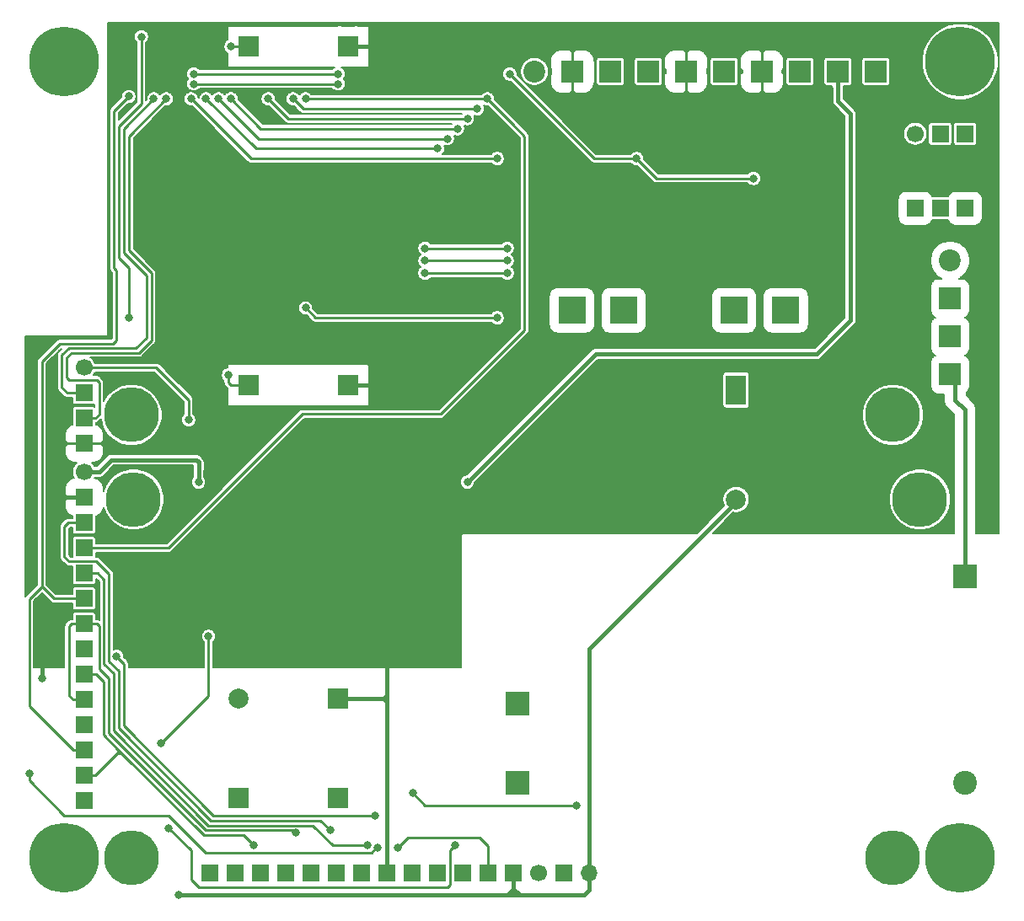
<source format=gbr>
G04 #@! TF.GenerationSoftware,KiCad,Pcbnew,(5.1.2-1)-1*
G04 #@! TF.CreationDate,2021-05-08T22:39:51+03:00*
G04 #@! TF.ProjectId,UAK_3,55414b5f-332e-46b6-9963-61645f706362,rev?*
G04 #@! TF.SameCoordinates,Original*
G04 #@! TF.FileFunction,Copper,L2,Bot*
G04 #@! TF.FilePolarity,Positive*
%FSLAX46Y46*%
G04 Gerber Fmt 4.6, Leading zero omitted, Abs format (unit mm)*
G04 Created by KiCad (PCBNEW (5.1.2-1)-1) date 2021-05-08 22:39:51*
%MOMM*%
%LPD*%
G04 APERTURE LIST*
%ADD10R,2.200000X2.200000*%
%ADD11C,2.200000*%
%ADD12R,2.000000X3.000000*%
%ADD13C,2.000000*%
%ADD14R,1.700000X1.700000*%
%ADD15C,1.700000*%
%ADD16C,5.500000*%
%ADD17O,1.700000X1.700000*%
%ADD18R,2.800000X2.800000*%
%ADD19R,2.400000X2.400000*%
%ADD20C,2.400000*%
%ADD21R,2.000000X2.000000*%
%ADD22C,7.000000*%
%ADD23C,0.800000*%
%ADD24C,0.450000*%
%ADD25C,0.250000*%
%ADD26C,0.200000*%
G04 APERTURE END LIST*
D10*
X86540000Y84000000D03*
X82730000Y84000000D03*
X78920000Y84000000D03*
X75110000Y84000000D03*
X71300000Y84000000D03*
X67490000Y84000000D03*
X63680000Y84000000D03*
X59870000Y84000000D03*
X56060000Y84000000D03*
D11*
X52250000Y84000000D03*
D10*
X94000000Y53570000D03*
X94000000Y57380000D03*
X94000000Y61190000D03*
D11*
X94000000Y65000000D03*
D12*
X72500000Y52000000D03*
D13*
X72500000Y41000000D03*
D14*
X7000000Y10730000D03*
X7000000Y13270000D03*
X7000000Y15810000D03*
X7000000Y18350000D03*
X7000000Y20890000D03*
X7000000Y23430000D03*
X7000000Y25970000D03*
X7000000Y28510000D03*
X7000000Y31050000D03*
X7000000Y33590000D03*
X7000000Y36130000D03*
X7000000Y38670000D03*
X7000000Y41210000D03*
D15*
X7000000Y43750000D03*
D16*
X11750000Y49500000D03*
X88250000Y5000000D03*
X11750000Y5000000D03*
X88250000Y49500000D03*
D14*
X7000000Y46630000D03*
X7000000Y49170000D03*
X7000000Y51710000D03*
D15*
X7000000Y54250000D03*
D17*
X57750000Y3500000D03*
D14*
X55210000Y3500000D03*
D15*
X52670000Y3500000D03*
D14*
X50130000Y3500000D03*
X47590000Y3500000D03*
X45050000Y3500000D03*
X42510000Y3500000D03*
X39970000Y3500000D03*
X37430000Y3500000D03*
X34890000Y3500000D03*
X32350000Y3500000D03*
X29810000Y3500000D03*
X27270000Y3500000D03*
X24730000Y3500000D03*
X22190000Y3500000D03*
X19650000Y3500000D03*
D16*
X11950000Y41000000D03*
X90950000Y41000000D03*
D18*
X72300000Y60000000D03*
X77500000Y60000000D03*
X61200000Y60000000D03*
X56000000Y60000000D03*
D19*
X50500000Y20500000D03*
X50500000Y12500000D03*
X95500000Y33300000D03*
D20*
X95500000Y12500000D03*
D15*
X90500000Y77750000D03*
D14*
X93000000Y77750000D03*
X95500000Y77750000D03*
X95500000Y70250000D03*
X93000000Y70250000D03*
X90500000Y70250000D03*
D21*
X23500000Y86500000D03*
X33500000Y86500000D03*
X23500000Y52500000D03*
X33500000Y52500000D03*
D22*
X5000000Y5000000D03*
X95000000Y85000000D03*
X95000000Y5000000D03*
X5000000Y85000000D03*
D13*
X22500000Y21000000D03*
D21*
X32500000Y21000000D03*
X32500000Y11000000D03*
X22500000Y11000000D03*
D23*
X15250000Y81250000D03*
X14000000Y81250000D03*
X62500000Y75250000D03*
X12750000Y87500000D03*
X11520000Y59270000D03*
X49750000Y83750000D03*
X74250000Y73250000D03*
X21500000Y53500000D03*
X21750000Y86500000D03*
X41250000Y65000000D03*
X49500000Y65000000D03*
X18000000Y83750000D03*
X32500000Y83750000D03*
X17750000Y81250000D03*
X48500000Y75250000D03*
X42500000Y76250000D03*
X19250000Y81250000D03*
X24000000Y6250000D03*
X44500000Y78250000D03*
X21750000Y81250000D03*
X31750000Y7750000D03*
X46500000Y80250000D03*
X28000000Y81250000D03*
X15500000Y8000000D03*
X44250000Y6250000D03*
X47500000Y81250000D03*
X29250000Y81250000D03*
X45500000Y79250000D03*
X25500000Y81250000D03*
X35500000Y6250000D03*
X43500000Y77250000D03*
X20500000Y81250000D03*
X28250000Y7500000D03*
X48500000Y59250000D03*
X29250000Y60250000D03*
X10250000Y25250000D03*
X36250000Y9250000D03*
X40000000Y11500000D03*
X56500000Y10250000D03*
X18500000Y42750000D03*
X16500000Y1250000D03*
X45500000Y42750000D03*
X41250000Y66250000D03*
X49500000Y66250000D03*
X18000000Y82750000D03*
X32500000Y82750000D03*
X41250000Y63750000D03*
X49500000Y63750000D03*
X62000000Y44750000D03*
X73500000Y65750000D03*
X2750000Y23000000D03*
X12000000Y27250000D03*
X13000000Y72000000D03*
X13000000Y67500000D03*
X13000000Y69750000D03*
X22000000Y72000000D03*
X22000000Y69750000D03*
X22000000Y67500000D03*
X28000000Y60250000D03*
X21000000Y51500000D03*
X36250000Y86500000D03*
X82250000Y65750000D03*
X55250000Y69500000D03*
X60750000Y69500000D03*
X10750000Y82500000D03*
X73250000Y79000000D03*
X12500000Y24500000D03*
X3500000Y56750000D03*
X9500000Y35000000D03*
X1500000Y32750000D03*
X1500000Y34000000D03*
X4000000Y29750000D03*
X2750000Y29750000D03*
X5250000Y29750000D03*
X5250000Y32250000D03*
X25500000Y48500000D03*
X24500000Y47500000D03*
X49500000Y67500000D03*
X49500000Y62500000D03*
X52500000Y62500000D03*
X52500000Y67500000D03*
X70250000Y74500000D03*
X27750000Y46250000D03*
X26750000Y45250000D03*
X11500000Y81500000D03*
X19500000Y27250000D03*
X14750000Y16500000D03*
X36500000Y6000000D03*
X38500000Y6000000D03*
X1500000Y13500000D03*
X17500000Y49000000D03*
D24*
X95500000Y50000000D02*
X95500000Y33300000D01*
X95500000Y50000000D02*
X94500000Y51000000D01*
X94500000Y51000000D02*
X94500000Y53250000D01*
D25*
X11500000Y77500000D02*
X15250000Y81250000D01*
X11500000Y66000000D02*
X11500000Y77500000D01*
X13750000Y63750000D02*
X11500000Y66000000D01*
X5750000Y55750000D02*
X12500000Y55750000D01*
X5250000Y53250000D02*
X5250000Y55250000D01*
X7000000Y49170000D02*
X8100000Y49170000D01*
X8100000Y49170000D02*
X8500000Y49570000D01*
X13750000Y57000000D02*
X13750000Y63750000D01*
X8500000Y49570000D02*
X8500000Y52750000D01*
X8500000Y52750000D02*
X8250000Y53000000D01*
X12500000Y55750000D02*
X13750000Y57000000D01*
X8250000Y53000000D02*
X5500000Y53000000D01*
X5250000Y55250000D02*
X5750000Y55750000D01*
X5500000Y53000000D02*
X5250000Y53250000D01*
X11000000Y65750000D02*
X11000000Y78250000D01*
X13250000Y57250000D02*
X13250000Y63500000D01*
X13250000Y63500000D02*
X11000000Y65750000D01*
X7000000Y51710000D02*
X5290000Y51710000D01*
X4750000Y52250000D02*
X4750000Y55500000D01*
X4750000Y55500000D02*
X5450010Y56200010D01*
X11000000Y78250000D02*
X14000000Y81250000D01*
X5450010Y56200010D02*
X12200010Y56200010D01*
X5290000Y51710000D02*
X4750000Y52250000D01*
X12200010Y56200010D02*
X13250000Y57250000D01*
X11520000Y64230000D02*
X11520000Y59270000D01*
X10500000Y65250000D02*
X11520000Y64230000D01*
X10500000Y78500000D02*
X10500000Y65250000D01*
X12750000Y80750000D02*
X10500000Y78500000D01*
X12750000Y87500000D02*
X12750000Y80750000D01*
X58250000Y75250000D02*
X49750000Y83750000D01*
X62500000Y75250000D02*
X58250000Y75250000D01*
X64500000Y73250000D02*
X62500000Y75250000D01*
X74250000Y73250000D02*
X64500000Y73250000D01*
X23500000Y52500000D02*
X21750000Y52500000D01*
X21750000Y52500000D02*
X21500000Y52750000D01*
X21500000Y52750000D02*
X21500000Y53500000D01*
X23500000Y86500000D02*
X21750000Y86500000D01*
X41250000Y65000000D02*
X49500000Y65000000D01*
X18000000Y83750000D02*
X32500000Y83750000D01*
X23750000Y75250000D02*
X17750000Y81250000D01*
X48500000Y75250000D02*
X23750000Y75250000D01*
X24250000Y76250000D02*
X19250000Y81250000D01*
X42500000Y76250000D02*
X24250000Y76250000D01*
X8180000Y23430000D02*
X7000000Y23430000D01*
X8930000Y17320000D02*
X10375000Y15875000D01*
X8930000Y22680000D02*
X8930000Y17320000D01*
X8930000Y22680000D02*
X8180000Y23430000D01*
X10330000Y15500000D02*
X10750000Y15500000D01*
X8100000Y13270000D02*
X10330000Y15500000D01*
X7000000Y13270000D02*
X8100000Y13270000D01*
X10750000Y15500000D02*
X10375000Y15875000D01*
X10375000Y15545000D02*
X10330000Y15500000D01*
X10375000Y15875000D02*
X10375000Y15545000D01*
X19000000Y7250000D02*
X10750000Y15500000D01*
X23000000Y7250000D02*
X24000000Y6250000D01*
X21750000Y7250000D02*
X23000000Y7250000D01*
X19000000Y7250000D02*
X21750000Y7250000D01*
X24750000Y78250000D02*
X21750000Y81250000D01*
X44500000Y78250000D02*
X24750000Y78250000D01*
X30750000Y8750000D02*
X31750000Y7750000D01*
X10500000Y18000000D02*
X19750000Y8750000D01*
X9500000Y24750000D02*
X10500000Y23750000D01*
X9500000Y33500000D02*
X9500000Y24750000D01*
X7000000Y38670000D02*
X5420000Y38670000D01*
X19750000Y8750000D02*
X30750000Y8750000D01*
X5000000Y38250000D02*
X5000000Y35250000D01*
X10500000Y23750000D02*
X10500000Y18000000D01*
X5420000Y38670000D02*
X5000000Y38250000D01*
X5000000Y35250000D02*
X5484999Y34765001D01*
X5484999Y34765001D02*
X8234999Y34765001D01*
X8234999Y34765001D02*
X9500000Y33500000D01*
X29000000Y80250000D02*
X28000000Y81250000D01*
X46500000Y80250000D02*
X29000000Y80250000D01*
X18525001Y2025001D02*
X39595001Y2025001D01*
X17750000Y2800002D02*
X18525001Y2025001D01*
X17750000Y5750000D02*
X17750000Y2800002D01*
X15500000Y8000000D02*
X17750000Y5750000D01*
X43510001Y2025001D02*
X43750000Y2265000D01*
X39595001Y2025001D02*
X43510001Y2025001D01*
X43750000Y2265000D02*
X43750000Y5750000D01*
X43750000Y5750000D02*
X44250000Y6250000D01*
X29250000Y81250000D02*
X47500000Y81250000D01*
X50000000Y78750000D02*
X47500000Y81250000D01*
X51250000Y58000000D02*
X51250000Y77500000D01*
X42852998Y49602998D02*
X51250000Y58000000D01*
X28955996Y49602998D02*
X42852998Y49602998D01*
X15482998Y36130000D02*
X28955996Y49602998D01*
X7000000Y36130000D02*
X15482998Y36130000D01*
X51250000Y77500000D02*
X50000000Y78750000D01*
X27500000Y79250000D02*
X25500000Y81250000D01*
X45500000Y79250000D02*
X27500000Y79250000D01*
X7000000Y33590000D02*
X8340000Y33590000D01*
X8340000Y33590000D02*
X9000000Y32930000D01*
X9000000Y32930000D02*
X9000000Y24500000D01*
X10000000Y23500000D02*
X10000000Y17750000D01*
X9000000Y24500000D02*
X10000000Y23500000D01*
X10000000Y17750000D02*
X19500000Y8250000D01*
X19500000Y8250000D02*
X21750000Y8250000D01*
X21750000Y8250000D02*
X30000000Y8250000D01*
X30000000Y8250000D02*
X32000000Y6250000D01*
X32000000Y6250000D02*
X35500000Y6250000D01*
X24500000Y77250000D02*
X20500000Y81250000D01*
X43500000Y77250000D02*
X24500000Y77250000D01*
X5900000Y20890000D02*
X5500000Y21290000D01*
X7000000Y20890000D02*
X5900000Y20890000D01*
X5500000Y21290000D02*
X5500000Y28250000D01*
X5760000Y28510000D02*
X7000000Y28510000D01*
X5500000Y28250000D02*
X5760000Y28510000D01*
X28000000Y7750000D02*
X28250000Y7500000D01*
X19250000Y7750000D02*
X28000000Y7750000D01*
X9500000Y17500000D02*
X19250000Y7750000D01*
X7000000Y28510000D02*
X8260000Y28510000D01*
X8260000Y28510000D02*
X8500000Y28270000D01*
X8500000Y28270000D02*
X8500000Y24000000D01*
X8500000Y24000000D02*
X9500000Y23000000D01*
X9500000Y23000000D02*
X9500000Y17500000D01*
X48500000Y59250000D02*
X30250000Y59250000D01*
X30250000Y59250000D02*
X29250000Y60250000D01*
X40000000Y11500000D02*
X41250000Y10250000D01*
X41250000Y10250000D02*
X56500000Y10250000D01*
X20000000Y9250000D02*
X22750000Y9250000D01*
X11000000Y18250000D02*
X20000000Y9250000D01*
X11000000Y24500000D02*
X11000000Y18250000D01*
X10250000Y25250000D02*
X11000000Y24500000D01*
X36250000Y9250000D02*
X35750000Y9250000D01*
X22750000Y9250000D02*
X35750000Y9250000D01*
X35750000Y9250000D02*
X36500000Y9250000D01*
D24*
X58375000Y55625000D02*
X80625000Y55625000D01*
X80625000Y55625000D02*
X84000000Y59000000D01*
X50130000Y1870000D02*
X50750000Y1250000D01*
X50130000Y3500000D02*
X50130000Y1870000D01*
X50750000Y1250000D02*
X50250000Y1250000D01*
X50130000Y1380000D02*
X50000000Y1250000D01*
X49510000Y1250000D02*
X49880000Y1620000D01*
X49880000Y1620000D02*
X50130000Y1870000D01*
X50510000Y1250000D02*
X50130000Y1630000D01*
X51500000Y1250000D02*
X50510000Y1250000D01*
X50130000Y1630000D02*
X50130000Y1380000D01*
X50130000Y1870000D02*
X50130000Y1630000D01*
X57750000Y26000000D02*
X58250000Y26500000D01*
X57750000Y3500000D02*
X57750000Y26000000D01*
X58250000Y26500000D02*
X72500000Y40750000D01*
X51000000Y1250000D02*
X57250000Y1250000D01*
X51000000Y1250000D02*
X50750000Y1250000D01*
X51500000Y1250000D02*
X51000000Y1250000D01*
X57750000Y1750000D02*
X57750000Y3500000D01*
X57250000Y1250000D02*
X57750000Y1750000D01*
X18506370Y44743630D02*
X18250000Y45000000D01*
X18506370Y43993630D02*
X18506370Y44743630D01*
X8500000Y43750000D02*
X9750000Y45000000D01*
X7000000Y43750000D02*
X8500000Y43750000D01*
X9750000Y45000000D02*
X18250000Y45000000D01*
X18500000Y43987260D02*
X18506370Y43993630D01*
X18500000Y43987260D02*
X18500000Y42750000D01*
X18500000Y44750000D02*
X18250000Y45000000D01*
X18500000Y42750000D02*
X18500000Y44750000D01*
X45500000Y42750000D02*
X58375000Y55625000D01*
X17750000Y1250000D02*
X16500000Y1250000D01*
X50750000Y1250000D02*
X17750000Y1250000D01*
X82730000Y84000000D02*
X82730000Y82450000D01*
X82730000Y82450000D02*
X82750000Y82430000D01*
X84000000Y79750000D02*
X82750000Y81000000D01*
X84000000Y64250000D02*
X84000000Y79750000D01*
X82750000Y82430000D02*
X82750000Y81000000D01*
X84000000Y59000000D02*
X84000000Y64250000D01*
D25*
X41250000Y66250000D02*
X49500000Y66250000D01*
X18000000Y82750000D02*
X32500000Y82750000D01*
X41250000Y63750000D02*
X49500000Y63750000D01*
D24*
X2750000Y23000000D02*
X2750000Y25500000D01*
X33500000Y52500000D02*
X36000000Y52500000D01*
X33500000Y86500000D02*
X36250000Y86500000D01*
X35000000Y21000000D02*
X32500000Y21000000D01*
X37000000Y21000000D02*
X37110000Y21000000D01*
X37000000Y21000000D02*
X35000000Y21000000D01*
X37430000Y20680000D02*
X37110000Y21000000D01*
X37430000Y19820000D02*
X37430000Y20680000D01*
X37430000Y19820000D02*
X37430000Y20180000D01*
X37430000Y3500000D02*
X37430000Y19820000D01*
X4540000Y41210000D02*
X4500000Y41250000D01*
X7000000Y41210000D02*
X4540000Y41210000D01*
X37430000Y21320000D02*
X37110000Y21000000D01*
X37430000Y21570000D02*
X37430000Y21320000D01*
X37430000Y21570000D02*
X37430000Y24820000D01*
X37430000Y20680000D02*
X37430000Y21570000D01*
D25*
X2750000Y32250000D02*
X3950000Y31050000D01*
X3950000Y31050000D02*
X7000000Y31050000D01*
X2750000Y54852998D02*
X2750000Y32250000D01*
X4547022Y56650020D02*
X2750000Y54852998D01*
X9900020Y56650020D02*
X4547022Y56650020D01*
X10250000Y64000000D02*
X10250000Y57000000D01*
X10000000Y64250000D02*
X10250000Y64000000D01*
X10000000Y80000000D02*
X10000000Y64250000D01*
X10250000Y57000000D02*
X9900020Y56650020D01*
X11500000Y81500000D02*
X10000000Y80000000D01*
X7000000Y15810000D02*
X5900000Y15810000D01*
X5900000Y15810000D02*
X1500000Y20210000D01*
X1500000Y31000000D02*
X2750000Y32250000D01*
X1500000Y20210000D02*
X1500000Y31000000D01*
X19500000Y21250000D02*
X19500000Y27250000D01*
X14750000Y16500000D02*
X19500000Y21250000D01*
X39500000Y7000000D02*
X38500000Y6000000D01*
X46750000Y7000000D02*
X39500000Y7000000D01*
X47590000Y6160000D02*
X46750000Y7000000D01*
X47590000Y3500000D02*
X47590000Y6160000D01*
X36323002Y6000000D02*
X36500000Y6000000D01*
X1500000Y13500000D02*
X1500000Y12750000D01*
X1500000Y12750000D02*
X5000000Y9250000D01*
X5000000Y9250000D02*
X15500000Y9250000D01*
X15500000Y9250000D02*
X19225001Y5524999D01*
X19225001Y5524999D02*
X35848001Y5524999D01*
X35848001Y5524999D02*
X36323002Y6000000D01*
X7000000Y54250000D02*
X14250000Y54250000D01*
X14250000Y54250000D02*
X17500000Y51000000D01*
X17500000Y51000000D02*
X17500000Y49250000D01*
D26*
G36*
X98900000Y37600000D02*
G01*
X96625000Y37600000D01*
X96625000Y49944738D01*
X96630443Y50000000D01*
X96625000Y50055264D01*
X96608722Y50220538D01*
X96544393Y50432602D01*
X96500316Y50515065D01*
X96439929Y50628041D01*
X96334572Y50756418D01*
X96299344Y50799344D01*
X96256416Y50834574D01*
X95625000Y51465989D01*
X95625000Y51736578D01*
X95739475Y51830525D01*
X95851943Y51967568D01*
X95935514Y52123919D01*
X95986977Y52293569D01*
X96004354Y52470000D01*
X96004354Y54670000D01*
X95986977Y54846431D01*
X95935514Y55016081D01*
X95851943Y55172432D01*
X95739475Y55309475D01*
X95602432Y55421943D01*
X95503169Y55475000D01*
X95602432Y55528057D01*
X95739475Y55640525D01*
X95851943Y55777568D01*
X95935514Y55933919D01*
X95986977Y56103569D01*
X96004354Y56280000D01*
X96004354Y58480000D01*
X95986977Y58656431D01*
X95935514Y58826081D01*
X95851943Y58982432D01*
X95739475Y59119475D01*
X95602432Y59231943D01*
X95503169Y59285000D01*
X95602432Y59338057D01*
X95739475Y59450525D01*
X95851943Y59587568D01*
X95935514Y59743919D01*
X95986977Y59913569D01*
X96004354Y60090000D01*
X96004354Y62290000D01*
X95986977Y62466431D01*
X95935514Y62636081D01*
X95851943Y62792432D01*
X95739475Y62929475D01*
X95602432Y63041943D01*
X95446081Y63125514D01*
X95276431Y63176977D01*
X95100000Y63194354D01*
X94867036Y63194354D01*
X94947355Y63227623D01*
X95274926Y63446499D01*
X95553501Y63725074D01*
X95772377Y64052645D01*
X95923141Y64416622D01*
X96000000Y64803017D01*
X96000000Y65196983D01*
X95923141Y65583378D01*
X95772377Y65947355D01*
X95553501Y66274926D01*
X95274926Y66553501D01*
X94947355Y66772377D01*
X94583378Y66923141D01*
X94196983Y67000000D01*
X93803017Y67000000D01*
X93416622Y66923141D01*
X93052645Y66772377D01*
X92725074Y66553501D01*
X92446499Y66274926D01*
X92227623Y65947355D01*
X92076859Y65583378D01*
X92000000Y65196983D01*
X92000000Y64803017D01*
X92076859Y64416622D01*
X92227623Y64052645D01*
X92446499Y63725074D01*
X92725074Y63446499D01*
X93052645Y63227623D01*
X93132964Y63194354D01*
X92900000Y63194354D01*
X92723569Y63176977D01*
X92553919Y63125514D01*
X92397568Y63041943D01*
X92260525Y62929475D01*
X92148057Y62792432D01*
X92064486Y62636081D01*
X92013023Y62466431D01*
X91995646Y62290000D01*
X91995646Y60090000D01*
X92013023Y59913569D01*
X92064486Y59743919D01*
X92148057Y59587568D01*
X92260525Y59450525D01*
X92397568Y59338057D01*
X92496831Y59285000D01*
X92397568Y59231943D01*
X92260525Y59119475D01*
X92148057Y58982432D01*
X92064486Y58826081D01*
X92013023Y58656431D01*
X91995646Y58480000D01*
X91995646Y56280000D01*
X92013023Y56103569D01*
X92064486Y55933919D01*
X92148057Y55777568D01*
X92260525Y55640525D01*
X92397568Y55528057D01*
X92496831Y55475000D01*
X92397568Y55421943D01*
X92260525Y55309475D01*
X92148057Y55172432D01*
X92064486Y55016081D01*
X92013023Y54846431D01*
X91995646Y54670000D01*
X91995646Y52470000D01*
X92013023Y52293569D01*
X92064486Y52123919D01*
X92148057Y51967568D01*
X92260525Y51830525D01*
X92397568Y51718057D01*
X92553919Y51634486D01*
X92723569Y51583023D01*
X92900000Y51565646D01*
X93375000Y51565646D01*
X93375000Y51055262D01*
X93369557Y51000000D01*
X93375000Y50944739D01*
X93375000Y50944737D01*
X93391278Y50779463D01*
X93455607Y50567399D01*
X93560071Y50371960D01*
X93700656Y50200656D01*
X93743589Y50165422D01*
X94375000Y49534010D01*
X94375001Y37600000D01*
X70163173Y37600000D01*
X72238701Y39675528D01*
X72367037Y39650000D01*
X72632963Y39650000D01*
X72893780Y39701880D01*
X73139465Y39803646D01*
X73360575Y39951387D01*
X73548613Y40139425D01*
X73696354Y40360535D01*
X73798120Y40606220D01*
X73850000Y40867037D01*
X73850000Y41132963D01*
X73815716Y41305323D01*
X87850000Y41305323D01*
X87850000Y40694677D01*
X87969131Y40095763D01*
X88202815Y39531599D01*
X88542072Y39023865D01*
X88973865Y38592072D01*
X89481599Y38252815D01*
X90045763Y38019131D01*
X90644677Y37900000D01*
X91255323Y37900000D01*
X91854237Y38019131D01*
X92418401Y38252815D01*
X92926135Y38592072D01*
X93357928Y39023865D01*
X93697185Y39531599D01*
X93930869Y40095763D01*
X94050000Y40694677D01*
X94050000Y41305323D01*
X93930869Y41904237D01*
X93697185Y42468401D01*
X93357928Y42976135D01*
X92926135Y43407928D01*
X92418401Y43747185D01*
X91854237Y43980869D01*
X91255323Y44100000D01*
X90644677Y44100000D01*
X90045763Y43980869D01*
X89481599Y43747185D01*
X88973865Y43407928D01*
X88542072Y42976135D01*
X88202815Y42468401D01*
X87969131Y41904237D01*
X87850000Y41305323D01*
X73815716Y41305323D01*
X73798120Y41393780D01*
X73696354Y41639465D01*
X73548613Y41860575D01*
X73360575Y42048613D01*
X73139465Y42196354D01*
X72893780Y42298120D01*
X72632963Y42350000D01*
X72367037Y42350000D01*
X72106220Y42298120D01*
X71860535Y42196354D01*
X71639425Y42048613D01*
X71451387Y41860575D01*
X71303646Y41639465D01*
X71201880Y41393780D01*
X71150000Y41132963D01*
X71150000Y40867037D01*
X71201880Y40606220D01*
X71301805Y40364978D01*
X68536827Y37600000D01*
X45000000Y37600000D01*
X44980491Y37598079D01*
X44961732Y37592388D01*
X44944443Y37583147D01*
X44929289Y37570711D01*
X44916853Y37555557D01*
X44907612Y37538268D01*
X44901921Y37519509D01*
X44900000Y37500000D01*
X44900000Y24100000D01*
X19975000Y24100000D01*
X19975000Y26665368D01*
X19978097Y26667437D01*
X20082563Y26771903D01*
X20164641Y26894742D01*
X20221178Y27031233D01*
X20250000Y27176131D01*
X20250000Y27323869D01*
X20221178Y27468767D01*
X20164641Y27605258D01*
X20082563Y27728097D01*
X19978097Y27832563D01*
X19855258Y27914641D01*
X19718767Y27971178D01*
X19573869Y28000000D01*
X19426131Y28000000D01*
X19281233Y27971178D01*
X19144742Y27914641D01*
X19021903Y27832563D01*
X18917437Y27728097D01*
X18835359Y27605258D01*
X18778822Y27468767D01*
X18750000Y27323869D01*
X18750000Y27176131D01*
X18778822Y27031233D01*
X18835359Y26894742D01*
X18917437Y26771903D01*
X19021903Y26667437D01*
X19025001Y26665367D01*
X19025001Y24100000D01*
X11475000Y24100000D01*
X11475000Y24476669D01*
X11477298Y24500001D01*
X11468127Y24593117D01*
X11448783Y24656884D01*
X11440966Y24682654D01*
X11396859Y24765173D01*
X11337501Y24837501D01*
X11319371Y24852380D01*
X10999273Y25172477D01*
X11000000Y25176131D01*
X11000000Y25323869D01*
X10971178Y25468767D01*
X10914641Y25605258D01*
X10832563Y25728097D01*
X10728097Y25832563D01*
X10605258Y25914641D01*
X10468767Y25971178D01*
X10323869Y26000000D01*
X10176131Y26000000D01*
X10031233Y25971178D01*
X9975000Y25947885D01*
X9975000Y33476668D01*
X9977298Y33500000D01*
X9968127Y33593116D01*
X9940966Y33682654D01*
X9896859Y33765173D01*
X9837501Y33837501D01*
X9819377Y33852375D01*
X8587383Y35084367D01*
X8572500Y35102502D01*
X8500172Y35161860D01*
X8417653Y35205967D01*
X8328115Y35233128D01*
X8258331Y35240001D01*
X8234999Y35242299D01*
X8211667Y35240001D01*
X8197753Y35240001D01*
X8201693Y35280000D01*
X8201693Y35655000D01*
X15459666Y35655000D01*
X15482998Y35652702D01*
X15506330Y35655000D01*
X15576114Y35661873D01*
X15665652Y35689034D01*
X15748171Y35733141D01*
X15820499Y35792499D01*
X15835382Y35810634D01*
X22848617Y42823869D01*
X44750000Y42823869D01*
X44750000Y42676131D01*
X44778822Y42531233D01*
X44835359Y42394742D01*
X44917437Y42271903D01*
X45021903Y42167437D01*
X45144742Y42085359D01*
X45281233Y42028822D01*
X45426131Y42000000D01*
X45573869Y42000000D01*
X45718767Y42028822D01*
X45855258Y42085359D01*
X45978097Y42167437D01*
X46082563Y42271903D01*
X46164641Y42394742D01*
X46221178Y42531233D01*
X46250000Y42676131D01*
X46250000Y42686828D01*
X53368495Y49805323D01*
X85150000Y49805323D01*
X85150000Y49194677D01*
X85269131Y48595763D01*
X85502815Y48031599D01*
X85842072Y47523865D01*
X86273865Y47092072D01*
X86781599Y46752815D01*
X87345763Y46519131D01*
X87944677Y46400000D01*
X88555323Y46400000D01*
X89154237Y46519131D01*
X89718401Y46752815D01*
X90226135Y47092072D01*
X90657928Y47523865D01*
X90997185Y48031599D01*
X91230869Y48595763D01*
X91350000Y49194677D01*
X91350000Y49805323D01*
X91230869Y50404237D01*
X90997185Y50968401D01*
X90657928Y51476135D01*
X90226135Y51907928D01*
X89718401Y52247185D01*
X89154237Y52480869D01*
X88555323Y52600000D01*
X87944677Y52600000D01*
X87345763Y52480869D01*
X86781599Y52247185D01*
X86273865Y51907928D01*
X85842072Y51476135D01*
X85502815Y50968401D01*
X85269131Y50404237D01*
X85150000Y49805323D01*
X53368495Y49805323D01*
X57063172Y53500000D01*
X71148307Y53500000D01*
X71148307Y50500000D01*
X71155065Y50431388D01*
X71175078Y50365413D01*
X71207578Y50304610D01*
X71251315Y50251315D01*
X71304610Y50207578D01*
X71365413Y50175078D01*
X71431388Y50155065D01*
X71500000Y50148307D01*
X73500000Y50148307D01*
X73568612Y50155065D01*
X73634587Y50175078D01*
X73695390Y50207578D01*
X73748685Y50251315D01*
X73792422Y50304610D01*
X73824922Y50365413D01*
X73844935Y50431388D01*
X73851693Y50500000D01*
X73851693Y53500000D01*
X73844935Y53568612D01*
X73824922Y53634587D01*
X73792422Y53695390D01*
X73748685Y53748685D01*
X73695390Y53792422D01*
X73634587Y53824922D01*
X73568612Y53844935D01*
X73500000Y53851693D01*
X71500000Y53851693D01*
X71431388Y53844935D01*
X71365413Y53824922D01*
X71304610Y53792422D01*
X71251315Y53748685D01*
X71207578Y53695390D01*
X71175078Y53634587D01*
X71155065Y53568612D01*
X71148307Y53500000D01*
X57063172Y53500000D01*
X58613173Y55050000D01*
X80596757Y55050000D01*
X80625000Y55047218D01*
X80653243Y55050000D01*
X80653246Y55050000D01*
X80737720Y55058320D01*
X80846108Y55091199D01*
X80945998Y55144592D01*
X81033554Y55216446D01*
X81051565Y55238393D01*
X84386613Y58573440D01*
X84408554Y58591446D01*
X84461885Y58656431D01*
X84480408Y58679001D01*
X84533801Y58778892D01*
X84542944Y58809034D01*
X84566680Y58887280D01*
X84575000Y58971754D01*
X84575000Y58971757D01*
X84577782Y59000000D01*
X84575000Y59028243D01*
X84575000Y71100000D01*
X88745646Y71100000D01*
X88745646Y69400000D01*
X88763023Y69223569D01*
X88814486Y69053919D01*
X88898057Y68897568D01*
X89010525Y68760525D01*
X89147568Y68648057D01*
X89303919Y68564486D01*
X89473569Y68513023D01*
X89650000Y68495646D01*
X91350000Y68495646D01*
X91526431Y68513023D01*
X91696081Y68564486D01*
X91852432Y68648057D01*
X91989475Y68760525D01*
X92101943Y68897568D01*
X92182514Y69048307D01*
X93817486Y69048307D01*
X93898057Y68897568D01*
X94010525Y68760525D01*
X94147568Y68648057D01*
X94303919Y68564486D01*
X94473569Y68513023D01*
X94650000Y68495646D01*
X96350000Y68495646D01*
X96526431Y68513023D01*
X96696081Y68564486D01*
X96852432Y68648057D01*
X96989475Y68760525D01*
X97101943Y68897568D01*
X97185514Y69053919D01*
X97236977Y69223569D01*
X97254354Y69400000D01*
X97254354Y71100000D01*
X97236977Y71276431D01*
X97185514Y71446081D01*
X97101943Y71602432D01*
X96989475Y71739475D01*
X96852432Y71851943D01*
X96696081Y71935514D01*
X96526431Y71986977D01*
X96350000Y72004354D01*
X94650000Y72004354D01*
X94473569Y71986977D01*
X94303919Y71935514D01*
X94147568Y71851943D01*
X94010525Y71739475D01*
X93898057Y71602432D01*
X93817486Y71451693D01*
X92182514Y71451693D01*
X92101943Y71602432D01*
X91989475Y71739475D01*
X91852432Y71851943D01*
X91696081Y71935514D01*
X91526431Y71986977D01*
X91350000Y72004354D01*
X89650000Y72004354D01*
X89473569Y71986977D01*
X89303919Y71935514D01*
X89147568Y71851943D01*
X89010525Y71739475D01*
X88898057Y71602432D01*
X88814486Y71446081D01*
X88763023Y71276431D01*
X88745646Y71100000D01*
X84575000Y71100000D01*
X84575000Y77868190D01*
X89300000Y77868190D01*
X89300000Y77631810D01*
X89346116Y77399973D01*
X89436574Y77181587D01*
X89567899Y76985045D01*
X89735045Y76817899D01*
X89931587Y76686574D01*
X90149973Y76596116D01*
X90381810Y76550000D01*
X90618190Y76550000D01*
X90850027Y76596116D01*
X91068413Y76686574D01*
X91264955Y76817899D01*
X91432101Y76985045D01*
X91563426Y77181587D01*
X91653884Y77399973D01*
X91700000Y77631810D01*
X91700000Y77868190D01*
X91653884Y78100027D01*
X91563426Y78318413D01*
X91432101Y78514955D01*
X91347056Y78600000D01*
X91798307Y78600000D01*
X91798307Y76900000D01*
X91805065Y76831388D01*
X91825078Y76765413D01*
X91857578Y76704610D01*
X91901315Y76651315D01*
X91954610Y76607578D01*
X92015413Y76575078D01*
X92081388Y76555065D01*
X92150000Y76548307D01*
X93850000Y76548307D01*
X93918612Y76555065D01*
X93984587Y76575078D01*
X94045390Y76607578D01*
X94098685Y76651315D01*
X94142422Y76704610D01*
X94174922Y76765413D01*
X94194935Y76831388D01*
X94201693Y76900000D01*
X94201693Y78600000D01*
X94298307Y78600000D01*
X94298307Y76900000D01*
X94305065Y76831388D01*
X94325078Y76765413D01*
X94357578Y76704610D01*
X94401315Y76651315D01*
X94454610Y76607578D01*
X94515413Y76575078D01*
X94581388Y76555065D01*
X94650000Y76548307D01*
X96350000Y76548307D01*
X96418612Y76555065D01*
X96484587Y76575078D01*
X96545390Y76607578D01*
X96598685Y76651315D01*
X96642422Y76704610D01*
X96674922Y76765413D01*
X96694935Y76831388D01*
X96701693Y76900000D01*
X96701693Y78600000D01*
X96694935Y78668612D01*
X96674922Y78734587D01*
X96642422Y78795390D01*
X96598685Y78848685D01*
X96545390Y78892422D01*
X96484587Y78924922D01*
X96418612Y78944935D01*
X96350000Y78951693D01*
X94650000Y78951693D01*
X94581388Y78944935D01*
X94515413Y78924922D01*
X94454610Y78892422D01*
X94401315Y78848685D01*
X94357578Y78795390D01*
X94325078Y78734587D01*
X94305065Y78668612D01*
X94298307Y78600000D01*
X94201693Y78600000D01*
X94194935Y78668612D01*
X94174922Y78734587D01*
X94142422Y78795390D01*
X94098685Y78848685D01*
X94045390Y78892422D01*
X93984587Y78924922D01*
X93918612Y78944935D01*
X93850000Y78951693D01*
X92150000Y78951693D01*
X92081388Y78944935D01*
X92015413Y78924922D01*
X91954610Y78892422D01*
X91901315Y78848685D01*
X91857578Y78795390D01*
X91825078Y78734587D01*
X91805065Y78668612D01*
X91798307Y78600000D01*
X91347056Y78600000D01*
X91264955Y78682101D01*
X91068413Y78813426D01*
X90850027Y78903884D01*
X90618190Y78950000D01*
X90381810Y78950000D01*
X90149973Y78903884D01*
X89931587Y78813426D01*
X89735045Y78682101D01*
X89567899Y78514955D01*
X89436574Y78318413D01*
X89346116Y78100027D01*
X89300000Y77868190D01*
X84575000Y77868190D01*
X84575000Y79721757D01*
X84577782Y79750000D01*
X84575000Y79778246D01*
X84566680Y79862720D01*
X84533801Y79971108D01*
X84505887Y80023331D01*
X84480408Y80070999D01*
X84426559Y80136614D01*
X84408554Y80158554D01*
X84386612Y80176561D01*
X83325000Y81238172D01*
X83325000Y82401758D01*
X83327782Y82430001D01*
X83325000Y82458246D01*
X83316680Y82542720D01*
X83314985Y82548307D01*
X83830000Y82548307D01*
X83898612Y82555065D01*
X83964587Y82575078D01*
X84025390Y82607578D01*
X84078685Y82651315D01*
X84122422Y82704610D01*
X84154922Y82765413D01*
X84174935Y82831388D01*
X84181693Y82900000D01*
X84181693Y85100000D01*
X85088307Y85100000D01*
X85088307Y82900000D01*
X85095065Y82831388D01*
X85115078Y82765413D01*
X85147578Y82704610D01*
X85191315Y82651315D01*
X85244610Y82607578D01*
X85305413Y82575078D01*
X85371388Y82555065D01*
X85440000Y82548307D01*
X87640000Y82548307D01*
X87708612Y82555065D01*
X87774587Y82575078D01*
X87835390Y82607578D01*
X87888685Y82651315D01*
X87932422Y82704610D01*
X87964922Y82765413D01*
X87984935Y82831388D01*
X87991693Y82900000D01*
X87991693Y85100000D01*
X87984935Y85168612D01*
X87964922Y85234587D01*
X87932422Y85295390D01*
X87888685Y85348685D01*
X87851512Y85379192D01*
X91150000Y85379192D01*
X91150000Y84620808D01*
X91297953Y83876996D01*
X91588174Y83176341D01*
X92009509Y82545768D01*
X92545768Y82009509D01*
X93176341Y81588174D01*
X93876996Y81297953D01*
X94620808Y81150000D01*
X95379192Y81150000D01*
X96123004Y81297953D01*
X96823659Y81588174D01*
X97454232Y82009509D01*
X97990491Y82545768D01*
X98411826Y83176341D01*
X98702047Y83876996D01*
X98850000Y84620808D01*
X98850000Y85379192D01*
X98702047Y86123004D01*
X98411826Y86823659D01*
X97990491Y87454232D01*
X97454232Y87990491D01*
X96823659Y88411826D01*
X96123004Y88702047D01*
X95379192Y88850000D01*
X94620808Y88850000D01*
X93876996Y88702047D01*
X93176341Y88411826D01*
X92545768Y87990491D01*
X92009509Y87454232D01*
X91588174Y86823659D01*
X91297953Y86123004D01*
X91150000Y85379192D01*
X87851512Y85379192D01*
X87835390Y85392422D01*
X87774587Y85424922D01*
X87708612Y85444935D01*
X87640000Y85451693D01*
X85440000Y85451693D01*
X85371388Y85444935D01*
X85305413Y85424922D01*
X85244610Y85392422D01*
X85191315Y85348685D01*
X85147578Y85295390D01*
X85115078Y85234587D01*
X85095065Y85168612D01*
X85088307Y85100000D01*
X84181693Y85100000D01*
X84174935Y85168612D01*
X84154922Y85234587D01*
X84122422Y85295390D01*
X84078685Y85348685D01*
X84025390Y85392422D01*
X83964587Y85424922D01*
X83898612Y85444935D01*
X83830000Y85451693D01*
X81630000Y85451693D01*
X81561388Y85444935D01*
X81495413Y85424922D01*
X81434610Y85392422D01*
X81381315Y85348685D01*
X81337578Y85295390D01*
X81305078Y85234587D01*
X81285065Y85168612D01*
X81278307Y85100000D01*
X81278307Y82900000D01*
X81285065Y82831388D01*
X81305078Y82765413D01*
X81337578Y82704610D01*
X81381315Y82651315D01*
X81434610Y82607578D01*
X81495413Y82575078D01*
X81561388Y82555065D01*
X81630000Y82548307D01*
X82155001Y82548307D01*
X82155001Y82478253D01*
X82152218Y82450000D01*
X82163321Y82337281D01*
X82175000Y82298779D01*
X82175001Y81028253D01*
X82172218Y81000000D01*
X82183321Y80887281D01*
X82216199Y80778893D01*
X82269592Y80679002D01*
X82315441Y80623135D01*
X82341447Y80591446D01*
X82363389Y80573439D01*
X83425001Y79511826D01*
X83425000Y64221755D01*
X83425001Y64221745D01*
X83425000Y59238173D01*
X80386828Y56200000D01*
X58403243Y56200000D01*
X58375000Y56202782D01*
X58346757Y56200000D01*
X58346754Y56200000D01*
X58262280Y56191680D01*
X58153892Y56158801D01*
X58054002Y56105408D01*
X57966446Y56033554D01*
X57948440Y56011613D01*
X45436828Y43500000D01*
X45426131Y43500000D01*
X45281233Y43471178D01*
X45144742Y43414641D01*
X45021903Y43332563D01*
X44917437Y43228097D01*
X44835359Y43105258D01*
X44778822Y42968767D01*
X44750000Y42823869D01*
X22848617Y42823869D01*
X29152747Y49127998D01*
X42829666Y49127998D01*
X42852998Y49125700D01*
X42876330Y49127998D01*
X42946114Y49134871D01*
X43035652Y49162032D01*
X43118171Y49206139D01*
X43190499Y49265497D01*
X43205382Y49283632D01*
X51569372Y57647621D01*
X51587501Y57662499D01*
X51646859Y57734827D01*
X51690966Y57817346D01*
X51718127Y57906884D01*
X51725000Y57976668D01*
X51725000Y57976669D01*
X51727298Y57999999D01*
X51725000Y58023331D01*
X51725000Y61400000D01*
X53695646Y61400000D01*
X53695646Y58600000D01*
X53713023Y58423569D01*
X53764486Y58253919D01*
X53848057Y58097568D01*
X53960525Y57960525D01*
X54097568Y57848057D01*
X54253919Y57764486D01*
X54423569Y57713023D01*
X54600000Y57695646D01*
X57400000Y57695646D01*
X57576431Y57713023D01*
X57746081Y57764486D01*
X57902432Y57848057D01*
X58039475Y57960525D01*
X58151943Y58097568D01*
X58235514Y58253919D01*
X58286977Y58423569D01*
X58304354Y58600000D01*
X58304354Y61400000D01*
X58895646Y61400000D01*
X58895646Y58600000D01*
X58913023Y58423569D01*
X58964486Y58253919D01*
X59048057Y58097568D01*
X59160525Y57960525D01*
X59297568Y57848057D01*
X59453919Y57764486D01*
X59623569Y57713023D01*
X59800000Y57695646D01*
X62600000Y57695646D01*
X62776431Y57713023D01*
X62946081Y57764486D01*
X63102432Y57848057D01*
X63239475Y57960525D01*
X63351943Y58097568D01*
X63435514Y58253919D01*
X63486977Y58423569D01*
X63504354Y58600000D01*
X63504354Y61400000D01*
X69995646Y61400000D01*
X69995646Y58600000D01*
X70013023Y58423569D01*
X70064486Y58253919D01*
X70148057Y58097568D01*
X70260525Y57960525D01*
X70397568Y57848057D01*
X70553919Y57764486D01*
X70723569Y57713023D01*
X70900000Y57695646D01*
X73700000Y57695646D01*
X73876431Y57713023D01*
X74046081Y57764486D01*
X74202432Y57848057D01*
X74339475Y57960525D01*
X74451943Y58097568D01*
X74535514Y58253919D01*
X74586977Y58423569D01*
X74604354Y58600000D01*
X74604354Y61400000D01*
X75195646Y61400000D01*
X75195646Y58600000D01*
X75213023Y58423569D01*
X75264486Y58253919D01*
X75348057Y58097568D01*
X75460525Y57960525D01*
X75597568Y57848057D01*
X75753919Y57764486D01*
X75923569Y57713023D01*
X76100000Y57695646D01*
X78900000Y57695646D01*
X79076431Y57713023D01*
X79246081Y57764486D01*
X79402432Y57848057D01*
X79539475Y57960525D01*
X79651943Y58097568D01*
X79735514Y58253919D01*
X79786977Y58423569D01*
X79804354Y58600000D01*
X79804354Y61400000D01*
X79786977Y61576431D01*
X79735514Y61746081D01*
X79651943Y61902432D01*
X79539475Y62039475D01*
X79402432Y62151943D01*
X79246081Y62235514D01*
X79076431Y62286977D01*
X78900000Y62304354D01*
X76100000Y62304354D01*
X75923569Y62286977D01*
X75753919Y62235514D01*
X75597568Y62151943D01*
X75460525Y62039475D01*
X75348057Y61902432D01*
X75264486Y61746081D01*
X75213023Y61576431D01*
X75195646Y61400000D01*
X74604354Y61400000D01*
X74586977Y61576431D01*
X74535514Y61746081D01*
X74451943Y61902432D01*
X74339475Y62039475D01*
X74202432Y62151943D01*
X74046081Y62235514D01*
X73876431Y62286977D01*
X73700000Y62304354D01*
X70900000Y62304354D01*
X70723569Y62286977D01*
X70553919Y62235514D01*
X70397568Y62151943D01*
X70260525Y62039475D01*
X70148057Y61902432D01*
X70064486Y61746081D01*
X70013023Y61576431D01*
X69995646Y61400000D01*
X63504354Y61400000D01*
X63486977Y61576431D01*
X63435514Y61746081D01*
X63351943Y61902432D01*
X63239475Y62039475D01*
X63102432Y62151943D01*
X62946081Y62235514D01*
X62776431Y62286977D01*
X62600000Y62304354D01*
X59800000Y62304354D01*
X59623569Y62286977D01*
X59453919Y62235514D01*
X59297568Y62151943D01*
X59160525Y62039475D01*
X59048057Y61902432D01*
X58964486Y61746081D01*
X58913023Y61576431D01*
X58895646Y61400000D01*
X58304354Y61400000D01*
X58286977Y61576431D01*
X58235514Y61746081D01*
X58151943Y61902432D01*
X58039475Y62039475D01*
X57902432Y62151943D01*
X57746081Y62235514D01*
X57576431Y62286977D01*
X57400000Y62304354D01*
X54600000Y62304354D01*
X54423569Y62286977D01*
X54253919Y62235514D01*
X54097568Y62151943D01*
X53960525Y62039475D01*
X53848057Y61902432D01*
X53764486Y61746081D01*
X53713023Y61576431D01*
X53695646Y61400000D01*
X51725000Y61400000D01*
X51725000Y77476668D01*
X51727298Y77500000D01*
X51718127Y77593117D01*
X51701824Y77646859D01*
X51690966Y77682654D01*
X51646859Y77765173D01*
X51587501Y77837501D01*
X51569371Y77852380D01*
X50352383Y79069367D01*
X50352374Y79069378D01*
X48249273Y81172477D01*
X48250000Y81176131D01*
X48250000Y81323869D01*
X48221178Y81468767D01*
X48164641Y81605258D01*
X48082563Y81728097D01*
X47978097Y81832563D01*
X47855258Y81914641D01*
X47718767Y81971178D01*
X47573869Y82000000D01*
X47426131Y82000000D01*
X47281233Y81971178D01*
X47144742Y81914641D01*
X47021903Y81832563D01*
X46917437Y81728097D01*
X46915368Y81725000D01*
X29834632Y81725000D01*
X29832563Y81728097D01*
X29728097Y81832563D01*
X29605258Y81914641D01*
X29468767Y81971178D01*
X29323869Y82000000D01*
X29176131Y82000000D01*
X29031233Y81971178D01*
X28894742Y81914641D01*
X28771903Y81832563D01*
X28667437Y81728097D01*
X28625000Y81664585D01*
X28582563Y81728097D01*
X28478097Y81832563D01*
X28355258Y81914641D01*
X28218767Y81971178D01*
X28073869Y82000000D01*
X27926131Y82000000D01*
X27781233Y81971178D01*
X27644742Y81914641D01*
X27521903Y81832563D01*
X27417437Y81728097D01*
X27335359Y81605258D01*
X27278822Y81468767D01*
X27250000Y81323869D01*
X27250000Y81176131D01*
X27278822Y81031233D01*
X27335359Y80894742D01*
X27417437Y80771903D01*
X27521903Y80667437D01*
X27644742Y80585359D01*
X27781233Y80528822D01*
X27926131Y80500000D01*
X28073869Y80500000D01*
X28077522Y80500727D01*
X28647625Y79930623D01*
X28662499Y79912499D01*
X28680622Y79897626D01*
X28734827Y79853141D01*
X28817346Y79809034D01*
X28906884Y79781873D01*
X29000000Y79772702D01*
X29023332Y79775000D01*
X44964340Y79775000D01*
X44917437Y79728097D01*
X44915368Y79725000D01*
X27696751Y79725000D01*
X26249273Y81172477D01*
X26250000Y81176131D01*
X26250000Y81323869D01*
X26221178Y81468767D01*
X26164641Y81605258D01*
X26082563Y81728097D01*
X25978097Y81832563D01*
X25855258Y81914641D01*
X25718767Y81971178D01*
X25573869Y82000000D01*
X25426131Y82000000D01*
X25281233Y81971178D01*
X25144742Y81914641D01*
X25021903Y81832563D01*
X24917437Y81728097D01*
X24835359Y81605258D01*
X24778822Y81468767D01*
X24750000Y81323869D01*
X24750000Y81176131D01*
X24778822Y81031233D01*
X24835359Y80894742D01*
X24917437Y80771903D01*
X25021903Y80667437D01*
X25144742Y80585359D01*
X25281233Y80528822D01*
X25426131Y80500000D01*
X25573869Y80500000D01*
X25577523Y80500727D01*
X27147621Y78930628D01*
X27162499Y78912499D01*
X27234827Y78853141D01*
X27317346Y78809034D01*
X27379722Y78790112D01*
X27406883Y78781873D01*
X27499999Y78772702D01*
X27523331Y78775000D01*
X43964340Y78775000D01*
X43917437Y78728097D01*
X43915368Y78725000D01*
X24946752Y78725000D01*
X22499273Y81172477D01*
X22500000Y81176131D01*
X22500000Y81323869D01*
X22471178Y81468767D01*
X22414641Y81605258D01*
X22332563Y81728097D01*
X22228097Y81832563D01*
X22105258Y81914641D01*
X21968767Y81971178D01*
X21823869Y82000000D01*
X21676131Y82000000D01*
X21531233Y81971178D01*
X21394742Y81914641D01*
X21271903Y81832563D01*
X21167437Y81728097D01*
X21125000Y81664585D01*
X21082563Y81728097D01*
X20978097Y81832563D01*
X20855258Y81914641D01*
X20718767Y81971178D01*
X20573869Y82000000D01*
X20426131Y82000000D01*
X20281233Y81971178D01*
X20144742Y81914641D01*
X20021903Y81832563D01*
X19917437Y81728097D01*
X19875000Y81664585D01*
X19832563Y81728097D01*
X19728097Y81832563D01*
X19605258Y81914641D01*
X19468767Y81971178D01*
X19323869Y82000000D01*
X19176131Y82000000D01*
X19031233Y81971178D01*
X18894742Y81914641D01*
X18771903Y81832563D01*
X18667437Y81728097D01*
X18585359Y81605258D01*
X18528822Y81468767D01*
X18500000Y81323869D01*
X18471178Y81468767D01*
X18414641Y81605258D01*
X18332563Y81728097D01*
X18228097Y81832563D01*
X18105258Y81914641D01*
X17968767Y81971178D01*
X17823869Y82000000D01*
X17676131Y82000000D01*
X17531233Y81971178D01*
X17394742Y81914641D01*
X17271903Y81832563D01*
X17167437Y81728097D01*
X17085359Y81605258D01*
X17028822Y81468767D01*
X17000000Y81323869D01*
X17000000Y81176131D01*
X17028822Y81031233D01*
X17085359Y80894742D01*
X17167437Y80771903D01*
X17271903Y80667437D01*
X17394742Y80585359D01*
X17531233Y80528822D01*
X17676131Y80500000D01*
X17823869Y80500000D01*
X17827523Y80500727D01*
X23397621Y74930628D01*
X23412499Y74912499D01*
X23484827Y74853141D01*
X23567346Y74809034D01*
X23629722Y74790112D01*
X23656883Y74781873D01*
X23749999Y74772702D01*
X23773331Y74775000D01*
X47915368Y74775000D01*
X47917437Y74771903D01*
X48021903Y74667437D01*
X48144742Y74585359D01*
X48281233Y74528822D01*
X48426131Y74500000D01*
X48573869Y74500000D01*
X48718767Y74528822D01*
X48855258Y74585359D01*
X48978097Y74667437D01*
X49082563Y74771903D01*
X49164641Y74894742D01*
X49221178Y75031233D01*
X49250000Y75176131D01*
X49250000Y75323869D01*
X49221178Y75468767D01*
X49164641Y75605258D01*
X49082563Y75728097D01*
X48978097Y75832563D01*
X48855258Y75914641D01*
X48718767Y75971178D01*
X48573869Y76000000D01*
X48426131Y76000000D01*
X48281233Y75971178D01*
X48144742Y75914641D01*
X48021903Y75832563D01*
X47917437Y75728097D01*
X47915368Y75725000D01*
X43035660Y75725000D01*
X43082563Y75771903D01*
X43164641Y75894742D01*
X43221178Y76031233D01*
X43250000Y76176131D01*
X43250000Y76323869D01*
X43221178Y76468767D01*
X43178712Y76571288D01*
X43281233Y76528822D01*
X43426131Y76500000D01*
X43573869Y76500000D01*
X43718767Y76528822D01*
X43855258Y76585359D01*
X43978097Y76667437D01*
X44082563Y76771903D01*
X44164641Y76894742D01*
X44221178Y77031233D01*
X44250000Y77176131D01*
X44250000Y77323869D01*
X44221178Y77468767D01*
X44178712Y77571288D01*
X44281233Y77528822D01*
X44426131Y77500000D01*
X44573869Y77500000D01*
X44718767Y77528822D01*
X44855258Y77585359D01*
X44978097Y77667437D01*
X45082563Y77771903D01*
X45164641Y77894742D01*
X45221178Y78031233D01*
X45250000Y78176131D01*
X45250000Y78323869D01*
X45221178Y78468767D01*
X45178712Y78571288D01*
X45281233Y78528822D01*
X45426131Y78500000D01*
X45573869Y78500000D01*
X45718767Y78528822D01*
X45855258Y78585359D01*
X45978097Y78667437D01*
X46082563Y78771903D01*
X46164641Y78894742D01*
X46221178Y79031233D01*
X46250000Y79176131D01*
X46250000Y79323869D01*
X46221178Y79468767D01*
X46178712Y79571288D01*
X46281233Y79528822D01*
X46426131Y79500000D01*
X46573869Y79500000D01*
X46718767Y79528822D01*
X46855258Y79585359D01*
X46978097Y79667437D01*
X47082563Y79771903D01*
X47164641Y79894742D01*
X47221178Y80031233D01*
X47250000Y80176131D01*
X47250000Y80323869D01*
X47221178Y80468767D01*
X47178712Y80571288D01*
X47281233Y80528822D01*
X47426131Y80500000D01*
X47573869Y80500000D01*
X47577523Y80500727D01*
X49680622Y78397626D01*
X49680633Y78397617D01*
X50775001Y77303248D01*
X50775000Y58196751D01*
X42656248Y50077998D01*
X28979325Y50077998D01*
X28955995Y50080296D01*
X28932665Y50077998D01*
X28932664Y50077998D01*
X28862880Y50071125D01*
X28773342Y50043964D01*
X28690823Y49999857D01*
X28618495Y49940499D01*
X28603617Y49922370D01*
X15286248Y36605000D01*
X8201693Y36605000D01*
X8201693Y36980000D01*
X8194935Y37048612D01*
X8174922Y37114587D01*
X8142422Y37175390D01*
X8098685Y37228685D01*
X8045390Y37272422D01*
X7984587Y37304922D01*
X7918612Y37324935D01*
X7850000Y37331693D01*
X6150000Y37331693D01*
X6081388Y37324935D01*
X6015413Y37304922D01*
X5954610Y37272422D01*
X5901315Y37228685D01*
X5857578Y37175390D01*
X5825078Y37114587D01*
X5805065Y37048612D01*
X5798307Y36980000D01*
X5798307Y35280000D01*
X5802247Y35240001D01*
X5681750Y35240001D01*
X5475000Y35446750D01*
X5475000Y38053249D01*
X5616751Y38195000D01*
X5798307Y38195000D01*
X5798307Y37820000D01*
X5805065Y37751388D01*
X5825078Y37685413D01*
X5857578Y37624610D01*
X5901315Y37571315D01*
X5954610Y37527578D01*
X6015413Y37495078D01*
X6081388Y37475065D01*
X6150000Y37468307D01*
X7850000Y37468307D01*
X7918612Y37475065D01*
X7984587Y37495078D01*
X8045390Y37527578D01*
X8098685Y37571315D01*
X8142422Y37624610D01*
X8174922Y37685413D01*
X8194935Y37751388D01*
X8201693Y37820000D01*
X8201693Y39317189D01*
X8272988Y39338816D01*
X8464084Y39440958D01*
X8631581Y39578419D01*
X8769042Y39745916D01*
X8871184Y39937012D01*
X8934084Y40144362D01*
X8942489Y40229702D01*
X8969131Y40095763D01*
X9202815Y39531599D01*
X9542072Y39023865D01*
X9973865Y38592072D01*
X10481599Y38252815D01*
X11045763Y38019131D01*
X11644677Y37900000D01*
X12255323Y37900000D01*
X12854237Y38019131D01*
X13418401Y38252815D01*
X13926135Y38592072D01*
X14357928Y39023865D01*
X14697185Y39531599D01*
X14930869Y40095763D01*
X15050000Y40694677D01*
X15050000Y41305323D01*
X14930869Y41904237D01*
X14697185Y42468401D01*
X14357928Y42976135D01*
X13926135Y43407928D01*
X13418401Y43747185D01*
X12854237Y43980869D01*
X12255323Y44100000D01*
X11644677Y44100000D01*
X11045763Y43980869D01*
X10481599Y43747185D01*
X9973865Y43407928D01*
X9542072Y42976135D01*
X9202815Y42468401D01*
X8969131Y41904237D01*
X8953032Y41823300D01*
X8955322Y42060000D01*
X8934084Y42275638D01*
X8871184Y42482988D01*
X8769042Y42674084D01*
X8631581Y42841581D01*
X8464084Y42979042D01*
X8272988Y43081184D01*
X8065638Y43144084D01*
X8040051Y43146604D01*
X8059025Y43175000D01*
X8471757Y43175000D01*
X8500000Y43172218D01*
X8528243Y43175000D01*
X8528246Y43175000D01*
X8612720Y43183320D01*
X8721108Y43216199D01*
X8820998Y43269592D01*
X8908554Y43341446D01*
X8926565Y43363393D01*
X9988173Y44425000D01*
X17925001Y44425000D01*
X17925001Y44015510D01*
X17922218Y43987260D01*
X17925000Y43959016D01*
X17925000Y43235660D01*
X17917437Y43228097D01*
X17835359Y43105258D01*
X17778822Y42968767D01*
X17750000Y42823869D01*
X17750000Y42676131D01*
X17778822Y42531233D01*
X17835359Y42394742D01*
X17917437Y42271903D01*
X18021903Y42167437D01*
X18144742Y42085359D01*
X18281233Y42028822D01*
X18426131Y42000000D01*
X18573869Y42000000D01*
X18718767Y42028822D01*
X18855258Y42085359D01*
X18978097Y42167437D01*
X19082563Y42271903D01*
X19164641Y42394742D01*
X19221178Y42531233D01*
X19250000Y42676131D01*
X19250000Y42823869D01*
X19221178Y42968767D01*
X19164641Y43105258D01*
X19082563Y43228097D01*
X19075000Y43235660D01*
X19075000Y43900709D01*
X19081370Y43965384D01*
X19081370Y43965387D01*
X19084152Y43993630D01*
X19081370Y44021873D01*
X19081370Y44715387D01*
X19084152Y44743630D01*
X19081370Y44771876D01*
X19073050Y44856350D01*
X19040171Y44964738D01*
X18986778Y45064628D01*
X18914924Y45152184D01*
X18911425Y45155055D01*
X18908554Y45158554D01*
X18886606Y45176566D01*
X18676566Y45386606D01*
X18658554Y45408554D01*
X18570998Y45480408D01*
X18471108Y45533801D01*
X18362720Y45566680D01*
X18278246Y45575000D01*
X18278243Y45575000D01*
X18250000Y45577782D01*
X18221757Y45575000D01*
X9778243Y45575000D01*
X9750000Y45577782D01*
X9721757Y45575000D01*
X9721754Y45575000D01*
X9637280Y45566680D01*
X9528892Y45533801D01*
X9429001Y45480408D01*
X9383153Y45442782D01*
X9341446Y45408554D01*
X9323439Y45386612D01*
X8261828Y44325000D01*
X8059025Y44325000D01*
X7932101Y44514955D01*
X7771620Y44675436D01*
X7850000Y44674678D01*
X8065638Y44695916D01*
X8272988Y44758816D01*
X8464084Y44860958D01*
X8631581Y44998419D01*
X8769042Y45165916D01*
X8871184Y45357012D01*
X8934084Y45564362D01*
X8955322Y45780000D01*
X8950000Y46330000D01*
X8675000Y46605000D01*
X7025000Y46605000D01*
X7025000Y46585000D01*
X6975000Y46585000D01*
X6975000Y46605000D01*
X5325000Y46605000D01*
X5050000Y46330000D01*
X5044678Y45780000D01*
X5065916Y45564362D01*
X5128816Y45357012D01*
X5230958Y45165916D01*
X5368419Y44998419D01*
X5535916Y44860958D01*
X5727012Y44758816D01*
X5934362Y44695916D01*
X6150000Y44674678D01*
X6228380Y44675436D01*
X6067899Y44514955D01*
X5936574Y44318413D01*
X5846116Y44100027D01*
X5800000Y43868190D01*
X5800000Y43631810D01*
X5846116Y43399973D01*
X5936574Y43181587D01*
X5959949Y43146604D01*
X5934362Y43144084D01*
X5727012Y43081184D01*
X5535916Y42979042D01*
X5368419Y42841581D01*
X5230958Y42674084D01*
X5128816Y42482988D01*
X5065916Y42275638D01*
X5044678Y42060000D01*
X5050000Y41510000D01*
X5325000Y41235000D01*
X6975000Y41235000D01*
X6975000Y41255000D01*
X7025000Y41255000D01*
X7025000Y41235000D01*
X7045000Y41235000D01*
X7045000Y41185000D01*
X7025000Y41185000D01*
X7025000Y41165000D01*
X6975000Y41165000D01*
X6975000Y41185000D01*
X5325000Y41185000D01*
X5050000Y40910000D01*
X5044678Y40360000D01*
X5065916Y40144362D01*
X5128816Y39937012D01*
X5230958Y39745916D01*
X5368419Y39578419D01*
X5535916Y39440958D01*
X5727012Y39338816D01*
X5798307Y39317189D01*
X5798307Y39145000D01*
X5443332Y39145000D01*
X5420000Y39147298D01*
X5396668Y39145000D01*
X5326884Y39138127D01*
X5237346Y39110966D01*
X5154827Y39066859D01*
X5082499Y39007501D01*
X5067625Y38989376D01*
X4680633Y38602383D01*
X4662499Y38587501D01*
X4603141Y38515173D01*
X4559034Y38432653D01*
X4550593Y38404827D01*
X4531873Y38343116D01*
X4522702Y38250000D01*
X4525000Y38226668D01*
X4525001Y35273342D01*
X4522702Y35250000D01*
X4531873Y35156884D01*
X4553798Y35084610D01*
X4559035Y35067346D01*
X4603142Y34984827D01*
X4662500Y34912499D01*
X4680629Y34897621D01*
X5132619Y34445630D01*
X5147498Y34427500D01*
X5219826Y34368142D01*
X5302345Y34324035D01*
X5364721Y34305113D01*
X5391882Y34296874D01*
X5484998Y34287703D01*
X5508330Y34290001D01*
X5798307Y34290001D01*
X5798307Y32740000D01*
X5805065Y32671388D01*
X5825078Y32605413D01*
X5857578Y32544610D01*
X5901315Y32491315D01*
X5954610Y32447578D01*
X6015413Y32415078D01*
X6081388Y32395065D01*
X6150000Y32388307D01*
X7850000Y32388307D01*
X7918612Y32395065D01*
X7984587Y32415078D01*
X8045390Y32447578D01*
X8098685Y32491315D01*
X8142422Y32544610D01*
X8174922Y32605413D01*
X8194935Y32671388D01*
X8201693Y32740000D01*
X8201693Y33056557D01*
X8525000Y32733249D01*
X8525000Y28906951D01*
X8442654Y28950966D01*
X8353116Y28978127D01*
X8283332Y28985000D01*
X8260000Y28987298D01*
X8236668Y28985000D01*
X8201693Y28985000D01*
X8201693Y29360000D01*
X8194935Y29428612D01*
X8174922Y29494587D01*
X8142422Y29555390D01*
X8098685Y29608685D01*
X8045390Y29652422D01*
X7984587Y29684922D01*
X7918612Y29704935D01*
X7850000Y29711693D01*
X6150000Y29711693D01*
X6081388Y29704935D01*
X6015413Y29684922D01*
X5954610Y29652422D01*
X5901315Y29608685D01*
X5857578Y29555390D01*
X5825078Y29494587D01*
X5805065Y29428612D01*
X5798307Y29360000D01*
X5798307Y28985000D01*
X5783332Y28985000D01*
X5760000Y28987298D01*
X5736668Y28985000D01*
X5666884Y28978127D01*
X5577346Y28950966D01*
X5494827Y28906859D01*
X5422499Y28847501D01*
X5407620Y28829371D01*
X5180629Y28602379D01*
X5162500Y28587501D01*
X5103142Y28515173D01*
X5100377Y28510000D01*
X5059035Y28432654D01*
X5031873Y28343116D01*
X5022702Y28250000D01*
X5025001Y28226658D01*
X5025000Y24100000D01*
X1975000Y24100000D01*
X1975000Y30803250D01*
X2750000Y31578249D01*
X3597620Y30730629D01*
X3612499Y30712499D01*
X3684827Y30653141D01*
X3767346Y30609034D01*
X3829722Y30590112D01*
X3856883Y30581873D01*
X3949999Y30572702D01*
X3973331Y30575000D01*
X5798307Y30575000D01*
X5798307Y30200000D01*
X5805065Y30131388D01*
X5825078Y30065413D01*
X5857578Y30004610D01*
X5901315Y29951315D01*
X5954610Y29907578D01*
X6015413Y29875078D01*
X6081388Y29855065D01*
X6150000Y29848307D01*
X7850000Y29848307D01*
X7918612Y29855065D01*
X7984587Y29875078D01*
X8045390Y29907578D01*
X8098685Y29951315D01*
X8142422Y30004610D01*
X8174922Y30065413D01*
X8194935Y30131388D01*
X8201693Y30200000D01*
X8201693Y31900000D01*
X8194935Y31968612D01*
X8174922Y32034587D01*
X8142422Y32095390D01*
X8098685Y32148685D01*
X8045390Y32192422D01*
X7984587Y32224922D01*
X7918612Y32244935D01*
X7850000Y32251693D01*
X6150000Y32251693D01*
X6081388Y32244935D01*
X6015413Y32224922D01*
X5954610Y32192422D01*
X5901315Y32148685D01*
X5857578Y32095390D01*
X5825078Y32034587D01*
X5805065Y31968612D01*
X5798307Y31900000D01*
X5798307Y31525000D01*
X4146751Y31525000D01*
X3225000Y32446750D01*
X3225000Y54656248D01*
X4743774Y56175020D01*
X4753269Y56175020D01*
X4430629Y55852379D01*
X4412500Y55837501D01*
X4353142Y55765173D01*
X4327996Y55718127D01*
X4309035Y55682654D01*
X4281873Y55593116D01*
X4272702Y55500000D01*
X4275001Y55476658D01*
X4275000Y52273332D01*
X4272702Y52250000D01*
X4281873Y52156884D01*
X4284681Y52147627D01*
X4309034Y52067347D01*
X4353141Y51984827D01*
X4412499Y51912499D01*
X4430634Y51897616D01*
X4937620Y51390629D01*
X4952499Y51372499D01*
X5024827Y51313141D01*
X5107346Y51269034D01*
X5165758Y51251315D01*
X5196883Y51241873D01*
X5289999Y51232702D01*
X5313331Y51235000D01*
X5798307Y51235000D01*
X5798307Y50860000D01*
X5805065Y50791388D01*
X5825078Y50725413D01*
X5857578Y50664610D01*
X5901315Y50611315D01*
X5954610Y50567578D01*
X6015413Y50535078D01*
X6081388Y50515065D01*
X6150000Y50508307D01*
X7850000Y50508307D01*
X7918612Y50515065D01*
X7984587Y50535078D01*
X8025000Y50556679D01*
X8025000Y50323321D01*
X7984587Y50344922D01*
X7918612Y50364935D01*
X7850000Y50371693D01*
X6150000Y50371693D01*
X6081388Y50364935D01*
X6015413Y50344922D01*
X5954610Y50312422D01*
X5901315Y50268685D01*
X5857578Y50215390D01*
X5825078Y50154587D01*
X5805065Y50088612D01*
X5798307Y50020000D01*
X5798307Y48522811D01*
X5727012Y48501184D01*
X5535916Y48399042D01*
X5368419Y48261581D01*
X5230958Y48094084D01*
X5128816Y47902988D01*
X5065916Y47695638D01*
X5044678Y47480000D01*
X5050000Y46930000D01*
X5325000Y46655000D01*
X6975000Y46655000D01*
X6975000Y46675000D01*
X7025000Y46675000D01*
X7025000Y46655000D01*
X8675000Y46655000D01*
X8950000Y46930000D01*
X8955322Y47480000D01*
X8934084Y47695638D01*
X8871184Y47902988D01*
X8769042Y48094084D01*
X8631581Y48261581D01*
X8464084Y48399042D01*
X8272988Y48501184D01*
X8201693Y48522811D01*
X8201693Y48704475D01*
X8282654Y48729034D01*
X8365173Y48773141D01*
X8437501Y48832499D01*
X8452384Y48850634D01*
X8674294Y49072543D01*
X8769131Y48595763D01*
X9002815Y48031599D01*
X9342072Y47523865D01*
X9773865Y47092072D01*
X10281599Y46752815D01*
X10845763Y46519131D01*
X11444677Y46400000D01*
X12055323Y46400000D01*
X12654237Y46519131D01*
X13218401Y46752815D01*
X13726135Y47092072D01*
X14157928Y47523865D01*
X14497185Y48031599D01*
X14730869Y48595763D01*
X14850000Y49194677D01*
X14850000Y49805323D01*
X14730869Y50404237D01*
X14497185Y50968401D01*
X14157928Y51476135D01*
X13726135Y51907928D01*
X13218401Y52247185D01*
X12654237Y52480869D01*
X12055323Y52600000D01*
X11444677Y52600000D01*
X10845763Y52480869D01*
X10281599Y52247185D01*
X9773865Y51907928D01*
X9342072Y51476135D01*
X9002815Y50968401D01*
X8975000Y50901250D01*
X8975000Y52726669D01*
X8977298Y52750001D01*
X8968127Y52843117D01*
X8947324Y52911693D01*
X8940966Y52932654D01*
X8896859Y53015173D01*
X8837501Y53087501D01*
X8819366Y53102384D01*
X8602384Y53319366D01*
X8587501Y53337501D01*
X8515173Y53396859D01*
X8432654Y53440966D01*
X8343116Y53468127D01*
X8273332Y53475000D01*
X8250000Y53477298D01*
X8226668Y53475000D01*
X7922056Y53475000D01*
X7932101Y53485045D01*
X8063426Y53681587D01*
X8102119Y53775000D01*
X14053250Y53775000D01*
X17025000Y50803249D01*
X17025001Y49584633D01*
X17021903Y49582563D01*
X16917437Y49478097D01*
X16835359Y49355258D01*
X16778822Y49218767D01*
X16750000Y49073869D01*
X16750000Y48926131D01*
X16778822Y48781233D01*
X16835359Y48644742D01*
X16917437Y48521903D01*
X17021903Y48417437D01*
X17144742Y48335359D01*
X17281233Y48278822D01*
X17426131Y48250000D01*
X17573869Y48250000D01*
X17718767Y48278822D01*
X17855258Y48335359D01*
X17978097Y48417437D01*
X18082563Y48521903D01*
X18164641Y48644742D01*
X18221178Y48781233D01*
X18250000Y48926131D01*
X18250000Y49073869D01*
X18221178Y49218767D01*
X18164641Y49355258D01*
X18082563Y49478097D01*
X17978097Y49582563D01*
X17975000Y49584632D01*
X17975000Y50976668D01*
X17977298Y51000001D01*
X17968127Y51093117D01*
X17940966Y51182653D01*
X17940966Y51182654D01*
X17896859Y51265173D01*
X17837501Y51337501D01*
X17819372Y51352379D01*
X15597882Y53573869D01*
X20750000Y53573869D01*
X20750000Y53426131D01*
X20778822Y53281233D01*
X20835359Y53144742D01*
X20917437Y53021903D01*
X21021903Y52917437D01*
X21025000Y52915368D01*
X21025000Y52773333D01*
X21022702Y52750000D01*
X21031873Y52656884D01*
X21040112Y52629723D01*
X21059034Y52567347D01*
X21103141Y52484827D01*
X21162499Y52412499D01*
X21180634Y52397616D01*
X21397616Y52180634D01*
X21400000Y52177729D01*
X21400000Y50500000D01*
X21401921Y50480491D01*
X21407612Y50461732D01*
X21416853Y50444443D01*
X21429289Y50429289D01*
X21444443Y50416853D01*
X21461732Y50407612D01*
X21480491Y50401921D01*
X21500000Y50400000D01*
X32445964Y50400000D01*
X32500000Y50394678D01*
X33200000Y50400000D01*
X33800000Y50400000D01*
X34500000Y50394678D01*
X34554036Y50400000D01*
X35500000Y50400000D01*
X35519509Y50401921D01*
X35538268Y50407612D01*
X35555557Y50416853D01*
X35570711Y50429289D01*
X35583147Y50444443D01*
X35592388Y50461732D01*
X35598079Y50480491D01*
X35600000Y50500000D01*
X35600000Y51445964D01*
X35605322Y51500000D01*
X35600000Y52200000D01*
X35600000Y52800000D01*
X35605322Y53500000D01*
X35600000Y53554036D01*
X35600000Y54500000D01*
X35598079Y54519509D01*
X35592388Y54538268D01*
X35583147Y54555557D01*
X35570711Y54570711D01*
X35555557Y54583147D01*
X35538268Y54592388D01*
X35519509Y54598079D01*
X35500000Y54600000D01*
X34554036Y54600000D01*
X34500000Y54605322D01*
X33800000Y54600000D01*
X33200000Y54600000D01*
X32500000Y54605322D01*
X32445964Y54600000D01*
X21500000Y54600000D01*
X21480491Y54598079D01*
X21461732Y54592388D01*
X21444443Y54583147D01*
X21429289Y54570711D01*
X21416853Y54555557D01*
X21407612Y54538268D01*
X21401921Y54519509D01*
X21400000Y54500000D01*
X21400000Y54244802D01*
X21281233Y54221178D01*
X21144742Y54164641D01*
X21021903Y54082563D01*
X20917437Y53978097D01*
X20835359Y53855258D01*
X20778822Y53718767D01*
X20750000Y53573869D01*
X15597882Y53573869D01*
X14602384Y54569366D01*
X14587501Y54587501D01*
X14515173Y54646859D01*
X14432654Y54690966D01*
X14343116Y54718127D01*
X14273332Y54725000D01*
X14250000Y54727298D01*
X14226668Y54725000D01*
X8102119Y54725000D01*
X8063426Y54818413D01*
X7932101Y55014955D01*
X7764955Y55182101D01*
X7625922Y55275000D01*
X12476668Y55275000D01*
X12500000Y55272702D01*
X12523332Y55275000D01*
X12593116Y55281873D01*
X12682654Y55309034D01*
X12765173Y55353141D01*
X12837501Y55412499D01*
X12852384Y55430634D01*
X14069371Y56647620D01*
X14087501Y56662499D01*
X14146859Y56734827D01*
X14190966Y56817346D01*
X14218127Y56906884D01*
X14225000Y56976668D01*
X14225000Y56976669D01*
X14227298Y57000000D01*
X14225000Y57023332D01*
X14225000Y60323869D01*
X28500000Y60323869D01*
X28500000Y60176131D01*
X28528822Y60031233D01*
X28585359Y59894742D01*
X28667437Y59771903D01*
X28771903Y59667437D01*
X28894742Y59585359D01*
X29031233Y59528822D01*
X29176131Y59500000D01*
X29323869Y59500000D01*
X29327522Y59500727D01*
X29897625Y58930623D01*
X29912499Y58912499D01*
X29960457Y58873141D01*
X29984827Y58853141D01*
X30067346Y58809034D01*
X30156884Y58781873D01*
X30250000Y58772702D01*
X30273332Y58775000D01*
X47915368Y58775000D01*
X47917437Y58771903D01*
X48021903Y58667437D01*
X48144742Y58585359D01*
X48281233Y58528822D01*
X48426131Y58500000D01*
X48573869Y58500000D01*
X48718767Y58528822D01*
X48855258Y58585359D01*
X48978097Y58667437D01*
X49082563Y58771903D01*
X49164641Y58894742D01*
X49221178Y59031233D01*
X49250000Y59176131D01*
X49250000Y59323869D01*
X49221178Y59468767D01*
X49164641Y59605258D01*
X49082563Y59728097D01*
X48978097Y59832563D01*
X48855258Y59914641D01*
X48718767Y59971178D01*
X48573869Y60000000D01*
X48426131Y60000000D01*
X48281233Y59971178D01*
X48144742Y59914641D01*
X48021903Y59832563D01*
X47917437Y59728097D01*
X47915368Y59725000D01*
X30446752Y59725000D01*
X29999273Y60172478D01*
X30000000Y60176131D01*
X30000000Y60323869D01*
X29971178Y60468767D01*
X29914641Y60605258D01*
X29832563Y60728097D01*
X29728097Y60832563D01*
X29605258Y60914641D01*
X29468767Y60971178D01*
X29323869Y61000000D01*
X29176131Y61000000D01*
X29031233Y60971178D01*
X28894742Y60914641D01*
X28771903Y60832563D01*
X28667437Y60728097D01*
X28585359Y60605258D01*
X28528822Y60468767D01*
X28500000Y60323869D01*
X14225000Y60323869D01*
X14225000Y63726668D01*
X14227298Y63750000D01*
X14218127Y63843116D01*
X14190966Y63932654D01*
X14146859Y64015173D01*
X14120455Y64047346D01*
X14087501Y64087501D01*
X14069377Y64102375D01*
X11975000Y66196750D01*
X11975000Y66323869D01*
X40500000Y66323869D01*
X40500000Y66176131D01*
X40528822Y66031233D01*
X40585359Y65894742D01*
X40667437Y65771903D01*
X40771903Y65667437D01*
X40835415Y65625000D01*
X40771903Y65582563D01*
X40667437Y65478097D01*
X40585359Y65355258D01*
X40528822Y65218767D01*
X40500000Y65073869D01*
X40500000Y64926131D01*
X40528822Y64781233D01*
X40585359Y64644742D01*
X40667437Y64521903D01*
X40771903Y64417437D01*
X40835415Y64375000D01*
X40771903Y64332563D01*
X40667437Y64228097D01*
X40585359Y64105258D01*
X40528822Y63968767D01*
X40500000Y63823869D01*
X40500000Y63676131D01*
X40528822Y63531233D01*
X40585359Y63394742D01*
X40667437Y63271903D01*
X40771903Y63167437D01*
X40894742Y63085359D01*
X41031233Y63028822D01*
X41176131Y63000000D01*
X41323869Y63000000D01*
X41468767Y63028822D01*
X41605258Y63085359D01*
X41728097Y63167437D01*
X41832563Y63271903D01*
X41834632Y63275000D01*
X48915368Y63275000D01*
X48917437Y63271903D01*
X49021903Y63167437D01*
X49144742Y63085359D01*
X49281233Y63028822D01*
X49426131Y63000000D01*
X49573869Y63000000D01*
X49718767Y63028822D01*
X49855258Y63085359D01*
X49978097Y63167437D01*
X50082563Y63271903D01*
X50164641Y63394742D01*
X50221178Y63531233D01*
X50250000Y63676131D01*
X50250000Y63823869D01*
X50221178Y63968767D01*
X50164641Y64105258D01*
X50082563Y64228097D01*
X49978097Y64332563D01*
X49914585Y64375000D01*
X49978097Y64417437D01*
X50082563Y64521903D01*
X50164641Y64644742D01*
X50221178Y64781233D01*
X50250000Y64926131D01*
X50250000Y65073869D01*
X50221178Y65218767D01*
X50164641Y65355258D01*
X50082563Y65478097D01*
X49978097Y65582563D01*
X49914585Y65625000D01*
X49978097Y65667437D01*
X50082563Y65771903D01*
X50164641Y65894742D01*
X50221178Y66031233D01*
X50250000Y66176131D01*
X50250000Y66323869D01*
X50221178Y66468767D01*
X50164641Y66605258D01*
X50082563Y66728097D01*
X49978097Y66832563D01*
X49855258Y66914641D01*
X49718767Y66971178D01*
X49573869Y67000000D01*
X49426131Y67000000D01*
X49281233Y66971178D01*
X49144742Y66914641D01*
X49021903Y66832563D01*
X48917437Y66728097D01*
X48915368Y66725000D01*
X41834632Y66725000D01*
X41832563Y66728097D01*
X41728097Y66832563D01*
X41605258Y66914641D01*
X41468767Y66971178D01*
X41323869Y67000000D01*
X41176131Y67000000D01*
X41031233Y66971178D01*
X40894742Y66914641D01*
X40771903Y66832563D01*
X40667437Y66728097D01*
X40585359Y66605258D01*
X40528822Y66468767D01*
X40500000Y66323869D01*
X11975000Y66323869D01*
X11975000Y77303250D01*
X15172478Y80500727D01*
X15176131Y80500000D01*
X15323869Y80500000D01*
X15468767Y80528822D01*
X15605258Y80585359D01*
X15728097Y80667437D01*
X15832563Y80771903D01*
X15914641Y80894742D01*
X15971178Y81031233D01*
X16000000Y81176131D01*
X16000000Y81323869D01*
X15971178Y81468767D01*
X15914641Y81605258D01*
X15832563Y81728097D01*
X15728097Y81832563D01*
X15605258Y81914641D01*
X15468767Y81971178D01*
X15323869Y82000000D01*
X15176131Y82000000D01*
X15031233Y81971178D01*
X14894742Y81914641D01*
X14771903Y81832563D01*
X14667437Y81728097D01*
X14625000Y81664585D01*
X14582563Y81728097D01*
X14478097Y81832563D01*
X14355258Y81914641D01*
X14218767Y81971178D01*
X14073869Y82000000D01*
X13926131Y82000000D01*
X13781233Y81971178D01*
X13644742Y81914641D01*
X13521903Y81832563D01*
X13417437Y81728097D01*
X13335359Y81605258D01*
X13278822Y81468767D01*
X13250000Y81323869D01*
X13250000Y81176131D01*
X13250727Y81172478D01*
X13225000Y81146752D01*
X13225000Y83823869D01*
X17250000Y83823869D01*
X17250000Y83676131D01*
X17278822Y83531233D01*
X17335359Y83394742D01*
X17417437Y83271903D01*
X17439340Y83250000D01*
X17417437Y83228097D01*
X17335359Y83105258D01*
X17278822Y82968767D01*
X17250000Y82823869D01*
X17250000Y82676131D01*
X17278822Y82531233D01*
X17335359Y82394742D01*
X17417437Y82271903D01*
X17521903Y82167437D01*
X17644742Y82085359D01*
X17781233Y82028822D01*
X17926131Y82000000D01*
X18073869Y82000000D01*
X18218767Y82028822D01*
X18355258Y82085359D01*
X18478097Y82167437D01*
X18582563Y82271903D01*
X18584632Y82275000D01*
X31915368Y82275000D01*
X31917437Y82271903D01*
X32021903Y82167437D01*
X32144742Y82085359D01*
X32281233Y82028822D01*
X32426131Y82000000D01*
X32573869Y82000000D01*
X32718767Y82028822D01*
X32855258Y82085359D01*
X32978097Y82167437D01*
X33082563Y82271903D01*
X33164641Y82394742D01*
X33221178Y82531233D01*
X33250000Y82676131D01*
X33250000Y82823869D01*
X33221178Y82968767D01*
X33164641Y83105258D01*
X33082563Y83228097D01*
X33060660Y83250000D01*
X33082563Y83271903D01*
X33164641Y83394742D01*
X33221178Y83531233D01*
X33250000Y83676131D01*
X33250000Y83823869D01*
X49000000Y83823869D01*
X49000000Y83676131D01*
X49028822Y83531233D01*
X49085359Y83394742D01*
X49167437Y83271903D01*
X49271903Y83167437D01*
X49394742Y83085359D01*
X49531233Y83028822D01*
X49676131Y83000000D01*
X49823869Y83000000D01*
X49827523Y83000727D01*
X57897621Y74930628D01*
X57912499Y74912499D01*
X57984827Y74853141D01*
X58067346Y74809034D01*
X58129722Y74790112D01*
X58156883Y74781873D01*
X58249999Y74772702D01*
X58273331Y74775000D01*
X61915368Y74775000D01*
X61917437Y74771903D01*
X62021903Y74667437D01*
X62144742Y74585359D01*
X62281233Y74528822D01*
X62426131Y74500000D01*
X62573869Y74500000D01*
X62577523Y74500727D01*
X64147621Y72930628D01*
X64162499Y72912499D01*
X64234827Y72853141D01*
X64317346Y72809034D01*
X64379722Y72790112D01*
X64406883Y72781873D01*
X64499999Y72772702D01*
X64523331Y72775000D01*
X73665368Y72775000D01*
X73667437Y72771903D01*
X73771903Y72667437D01*
X73894742Y72585359D01*
X74031233Y72528822D01*
X74176131Y72500000D01*
X74323869Y72500000D01*
X74468767Y72528822D01*
X74605258Y72585359D01*
X74728097Y72667437D01*
X74832563Y72771903D01*
X74914641Y72894742D01*
X74971178Y73031233D01*
X75000000Y73176131D01*
X75000000Y73323869D01*
X74971178Y73468767D01*
X74914641Y73605258D01*
X74832563Y73728097D01*
X74728097Y73832563D01*
X74605258Y73914641D01*
X74468767Y73971178D01*
X74323869Y74000000D01*
X74176131Y74000000D01*
X74031233Y73971178D01*
X73894742Y73914641D01*
X73771903Y73832563D01*
X73667437Y73728097D01*
X73665368Y73725000D01*
X64696751Y73725000D01*
X63249273Y75172477D01*
X63250000Y75176131D01*
X63250000Y75323869D01*
X63221178Y75468767D01*
X63164641Y75605258D01*
X63082563Y75728097D01*
X62978097Y75832563D01*
X62855258Y75914641D01*
X62718767Y75971178D01*
X62573869Y76000000D01*
X62426131Y76000000D01*
X62281233Y75971178D01*
X62144742Y75914641D01*
X62021903Y75832563D01*
X61917437Y75728097D01*
X61915368Y75725000D01*
X58446751Y75725000D01*
X50499273Y83672477D01*
X50500000Y83676131D01*
X50500000Y83823869D01*
X50471178Y83968767D01*
X50414641Y84105258D01*
X50389548Y84142813D01*
X50800000Y84142813D01*
X50800000Y83857187D01*
X50855723Y83577051D01*
X50965027Y83313167D01*
X51123711Y83075679D01*
X51325679Y82873711D01*
X51563167Y82715027D01*
X51827051Y82605723D01*
X52107187Y82550000D01*
X52392813Y82550000D01*
X52672949Y82605723D01*
X52936833Y82715027D01*
X53174321Y82873711D01*
X53376289Y83075679D01*
X53534973Y83313167D01*
X53644277Y83577051D01*
X53700000Y83857187D01*
X53700000Y84142813D01*
X53644277Y84422949D01*
X53534973Y84686833D01*
X53376289Y84924321D01*
X53200610Y85100000D01*
X53854678Y85100000D01*
X53860000Y84300000D01*
X53900000Y84260000D01*
X53900000Y83740000D01*
X53860000Y83700000D01*
X53854678Y82900000D01*
X53875916Y82684362D01*
X53938816Y82477012D01*
X54040958Y82285916D01*
X54178419Y82118419D01*
X54345916Y81980958D01*
X54537012Y81878816D01*
X54744362Y81815916D01*
X54960000Y81794678D01*
X55760000Y81800000D01*
X56035000Y82075000D01*
X56035000Y83975000D01*
X55350000Y83975000D01*
X55350000Y84025000D01*
X56035000Y84025000D01*
X56035000Y85925000D01*
X56085000Y85925000D01*
X56085000Y84025000D01*
X56105000Y84025000D01*
X56105000Y83975000D01*
X56085000Y83975000D01*
X56085000Y82075000D01*
X56360000Y81800000D01*
X57160000Y81794678D01*
X57375638Y81815916D01*
X57582988Y81878816D01*
X57774084Y81980958D01*
X57941581Y82118419D01*
X58079042Y82285916D01*
X58181184Y82477012D01*
X58244084Y82684362D01*
X58265322Y82900000D01*
X58265312Y82901508D01*
X58269509Y82901921D01*
X58288268Y82907612D01*
X58305557Y82916853D01*
X58320711Y82929289D01*
X58333147Y82944443D01*
X58342388Y82961732D01*
X58348079Y82980491D01*
X58350000Y83000000D01*
X58350000Y85000000D01*
X58348079Y85019509D01*
X58342388Y85038268D01*
X58333147Y85055557D01*
X58320711Y85070711D01*
X58305557Y85083147D01*
X58288268Y85092388D01*
X58269509Y85098079D01*
X58265312Y85098492D01*
X58265322Y85100000D01*
X58418307Y85100000D01*
X58418307Y82900000D01*
X58425065Y82831388D01*
X58445078Y82765413D01*
X58477578Y82704610D01*
X58521315Y82651315D01*
X58574610Y82607578D01*
X58635413Y82575078D01*
X58701388Y82555065D01*
X58770000Y82548307D01*
X60970000Y82548307D01*
X61038612Y82555065D01*
X61104587Y82575078D01*
X61165390Y82607578D01*
X61218685Y82651315D01*
X61262422Y82704610D01*
X61294922Y82765413D01*
X61314935Y82831388D01*
X61321693Y82900000D01*
X61321693Y85100000D01*
X62228307Y85100000D01*
X62228307Y82900000D01*
X62235065Y82831388D01*
X62255078Y82765413D01*
X62287578Y82704610D01*
X62331315Y82651315D01*
X62384610Y82607578D01*
X62445413Y82575078D01*
X62511388Y82555065D01*
X62580000Y82548307D01*
X64780000Y82548307D01*
X64848612Y82555065D01*
X64914587Y82575078D01*
X64975390Y82607578D01*
X65028685Y82651315D01*
X65072422Y82704610D01*
X65104922Y82765413D01*
X65124935Y82831388D01*
X65131693Y82900000D01*
X65131693Y85100000D01*
X65284678Y85100000D01*
X65290000Y84300000D01*
X65400000Y84190000D01*
X65400000Y83810000D01*
X65290000Y83700000D01*
X65284678Y82900000D01*
X65305916Y82684362D01*
X65368816Y82477012D01*
X65470958Y82285916D01*
X65608419Y82118419D01*
X65775916Y81980958D01*
X65967012Y81878816D01*
X66174362Y81815916D01*
X66390000Y81794678D01*
X67190000Y81800000D01*
X67465000Y82075000D01*
X67465000Y83975000D01*
X66850000Y83975000D01*
X66850000Y84025000D01*
X67465000Y84025000D01*
X67465000Y85925000D01*
X67515000Y85925000D01*
X67515000Y84025000D01*
X68150000Y84025000D01*
X68150000Y83975000D01*
X67515000Y83975000D01*
X67515000Y82075000D01*
X67790000Y81800000D01*
X68590000Y81794678D01*
X68805638Y81815916D01*
X69012988Y81878816D01*
X69204084Y81980958D01*
X69371581Y82118419D01*
X69509042Y82285916D01*
X69611184Y82477012D01*
X69674084Y82684362D01*
X69695322Y82900000D01*
X69690000Y83700000D01*
X69600000Y83790000D01*
X69600000Y84210000D01*
X69690000Y84300000D01*
X69695322Y85100000D01*
X69848307Y85100000D01*
X69848307Y82900000D01*
X69855065Y82831388D01*
X69875078Y82765413D01*
X69907578Y82704610D01*
X69951315Y82651315D01*
X70004610Y82607578D01*
X70065413Y82575078D01*
X70131388Y82555065D01*
X70200000Y82548307D01*
X72400000Y82548307D01*
X72468612Y82555065D01*
X72534587Y82575078D01*
X72595390Y82607578D01*
X72648685Y82651315D01*
X72692422Y82704610D01*
X72724922Y82765413D01*
X72744935Y82831388D01*
X72751693Y82900000D01*
X72751693Y85100000D01*
X72904678Y85100000D01*
X72910000Y84300000D01*
X73150000Y84060000D01*
X73150000Y83940000D01*
X72910000Y83700000D01*
X72904678Y82900000D01*
X72925916Y82684362D01*
X72988816Y82477012D01*
X73090958Y82285916D01*
X73228419Y82118419D01*
X73395916Y81980958D01*
X73587012Y81878816D01*
X73794362Y81815916D01*
X74010000Y81794678D01*
X74810000Y81800000D01*
X75085000Y82075000D01*
X75085000Y83975000D01*
X74600000Y83975000D01*
X74600000Y84025000D01*
X75085000Y84025000D01*
X75085000Y85925000D01*
X75135000Y85925000D01*
X75135000Y84025000D01*
X75650000Y84025000D01*
X75650000Y83975000D01*
X75135000Y83975000D01*
X75135000Y82075000D01*
X75410000Y81800000D01*
X76210000Y81794678D01*
X76425638Y81815916D01*
X76632988Y81878816D01*
X76824084Y81980958D01*
X76991581Y82118419D01*
X77129042Y82285916D01*
X77231184Y82477012D01*
X77294084Y82684362D01*
X77315322Y82900000D01*
X77310000Y83700000D01*
X77100000Y83910000D01*
X77100000Y84090000D01*
X77310000Y84300000D01*
X77315322Y85100000D01*
X77468307Y85100000D01*
X77468307Y82900000D01*
X77475065Y82831388D01*
X77495078Y82765413D01*
X77527578Y82704610D01*
X77571315Y82651315D01*
X77624610Y82607578D01*
X77685413Y82575078D01*
X77751388Y82555065D01*
X77820000Y82548307D01*
X80020000Y82548307D01*
X80088612Y82555065D01*
X80154587Y82575078D01*
X80215390Y82607578D01*
X80268685Y82651315D01*
X80312422Y82704610D01*
X80344922Y82765413D01*
X80364935Y82831388D01*
X80371693Y82900000D01*
X80371693Y85100000D01*
X80364935Y85168612D01*
X80344922Y85234587D01*
X80312422Y85295390D01*
X80268685Y85348685D01*
X80215390Y85392422D01*
X80154587Y85424922D01*
X80088612Y85444935D01*
X80020000Y85451693D01*
X77820000Y85451693D01*
X77751388Y85444935D01*
X77685413Y85424922D01*
X77624610Y85392422D01*
X77571315Y85348685D01*
X77527578Y85295390D01*
X77495078Y85234587D01*
X77475065Y85168612D01*
X77468307Y85100000D01*
X77315322Y85100000D01*
X77294084Y85315638D01*
X77231184Y85522988D01*
X77129042Y85714084D01*
X76991581Y85881581D01*
X76824084Y86019042D01*
X76632988Y86121184D01*
X76425638Y86184084D01*
X76210000Y86205322D01*
X75410000Y86200000D01*
X75135000Y85925000D01*
X75085000Y85925000D01*
X74810000Y86200000D01*
X74010000Y86205322D01*
X73794362Y86184084D01*
X73587012Y86121184D01*
X73395916Y86019042D01*
X73228419Y85881581D01*
X73090958Y85714084D01*
X72988816Y85522988D01*
X72925916Y85315638D01*
X72904678Y85100000D01*
X72751693Y85100000D01*
X72744935Y85168612D01*
X72724922Y85234587D01*
X72692422Y85295390D01*
X72648685Y85348685D01*
X72595390Y85392422D01*
X72534587Y85424922D01*
X72468612Y85444935D01*
X72400000Y85451693D01*
X70200000Y85451693D01*
X70131388Y85444935D01*
X70065413Y85424922D01*
X70004610Y85392422D01*
X69951315Y85348685D01*
X69907578Y85295390D01*
X69875078Y85234587D01*
X69855065Y85168612D01*
X69848307Y85100000D01*
X69695322Y85100000D01*
X69674084Y85315638D01*
X69611184Y85522988D01*
X69509042Y85714084D01*
X69371581Y85881581D01*
X69204084Y86019042D01*
X69012988Y86121184D01*
X68805638Y86184084D01*
X68590000Y86205322D01*
X67790000Y86200000D01*
X67515000Y85925000D01*
X67465000Y85925000D01*
X67190000Y86200000D01*
X66390000Y86205322D01*
X66174362Y86184084D01*
X65967012Y86121184D01*
X65775916Y86019042D01*
X65608419Y85881581D01*
X65470958Y85714084D01*
X65368816Y85522988D01*
X65305916Y85315638D01*
X65284678Y85100000D01*
X65131693Y85100000D01*
X65124935Y85168612D01*
X65104922Y85234587D01*
X65072422Y85295390D01*
X65028685Y85348685D01*
X64975390Y85392422D01*
X64914587Y85424922D01*
X64848612Y85444935D01*
X64780000Y85451693D01*
X62580000Y85451693D01*
X62511388Y85444935D01*
X62445413Y85424922D01*
X62384610Y85392422D01*
X62331315Y85348685D01*
X62287578Y85295390D01*
X62255078Y85234587D01*
X62235065Y85168612D01*
X62228307Y85100000D01*
X61321693Y85100000D01*
X61314935Y85168612D01*
X61294922Y85234587D01*
X61262422Y85295390D01*
X61218685Y85348685D01*
X61165390Y85392422D01*
X61104587Y85424922D01*
X61038612Y85444935D01*
X60970000Y85451693D01*
X58770000Y85451693D01*
X58701388Y85444935D01*
X58635413Y85424922D01*
X58574610Y85392422D01*
X58521315Y85348685D01*
X58477578Y85295390D01*
X58445078Y85234587D01*
X58425065Y85168612D01*
X58418307Y85100000D01*
X58265322Y85100000D01*
X58244084Y85315638D01*
X58181184Y85522988D01*
X58079042Y85714084D01*
X57941581Y85881581D01*
X57774084Y86019042D01*
X57582988Y86121184D01*
X57375638Y86184084D01*
X57160000Y86205322D01*
X56360000Y86200000D01*
X56085000Y85925000D01*
X56035000Y85925000D01*
X55760000Y86200000D01*
X54960000Y86205322D01*
X54744362Y86184084D01*
X54537012Y86121184D01*
X54345916Y86019042D01*
X54178419Y85881581D01*
X54040958Y85714084D01*
X53938816Y85522988D01*
X53875916Y85315638D01*
X53854678Y85100000D01*
X53200610Y85100000D01*
X53174321Y85126289D01*
X52936833Y85284973D01*
X52672949Y85394277D01*
X52392813Y85450000D01*
X52107187Y85450000D01*
X51827051Y85394277D01*
X51563167Y85284973D01*
X51325679Y85126289D01*
X51123711Y84924321D01*
X50965027Y84686833D01*
X50855723Y84422949D01*
X50800000Y84142813D01*
X50389548Y84142813D01*
X50332563Y84228097D01*
X50228097Y84332563D01*
X50105258Y84414641D01*
X49968767Y84471178D01*
X49823869Y84500000D01*
X49676131Y84500000D01*
X49531233Y84471178D01*
X49394742Y84414641D01*
X49271903Y84332563D01*
X49167437Y84228097D01*
X49085359Y84105258D01*
X49028822Y83968767D01*
X49000000Y83823869D01*
X33250000Y83823869D01*
X33221178Y83968767D01*
X33164641Y84105258D01*
X33082563Y84228097D01*
X32978097Y84332563D01*
X32880802Y84397573D01*
X33200000Y84400000D01*
X33800000Y84400000D01*
X34500000Y84394678D01*
X34554036Y84400000D01*
X35500000Y84400000D01*
X35519509Y84401921D01*
X35538268Y84407612D01*
X35555557Y84416853D01*
X35570711Y84429289D01*
X35583147Y84444443D01*
X35592388Y84461732D01*
X35598079Y84480491D01*
X35600000Y84500000D01*
X35600000Y85445964D01*
X35605322Y85500000D01*
X35600000Y86200000D01*
X35600000Y86800000D01*
X35605322Y87500000D01*
X35600000Y87554036D01*
X35600000Y88500000D01*
X35598079Y88519509D01*
X35592388Y88538268D01*
X35583147Y88555557D01*
X35570711Y88570711D01*
X35555557Y88583147D01*
X35538268Y88592388D01*
X35519509Y88598079D01*
X35500000Y88600000D01*
X34554036Y88600000D01*
X34500000Y88605322D01*
X33800000Y88600000D01*
X33200000Y88600000D01*
X32500000Y88605322D01*
X32445964Y88600000D01*
X21500000Y88600000D01*
X21480491Y88598079D01*
X21461732Y88592388D01*
X21444443Y88583147D01*
X21429289Y88570711D01*
X21416853Y88555557D01*
X21407612Y88538268D01*
X21401921Y88519509D01*
X21400000Y88500000D01*
X21400000Y87166819D01*
X21394742Y87164641D01*
X21271903Y87082563D01*
X21167437Y86978097D01*
X21085359Y86855258D01*
X21028822Y86718767D01*
X21000000Y86573869D01*
X21000000Y86426131D01*
X21028822Y86281233D01*
X21085359Y86144742D01*
X21167437Y86021903D01*
X21271903Y85917437D01*
X21394742Y85835359D01*
X21400000Y85833181D01*
X21400000Y84500000D01*
X21401921Y84480491D01*
X21407612Y84461732D01*
X21416853Y84444443D01*
X21429289Y84429289D01*
X21444443Y84416853D01*
X21461732Y84407612D01*
X21480491Y84401921D01*
X21500000Y84400000D01*
X32122830Y84400000D01*
X32021903Y84332563D01*
X31917437Y84228097D01*
X31915368Y84225000D01*
X18584632Y84225000D01*
X18582563Y84228097D01*
X18478097Y84332563D01*
X18355258Y84414641D01*
X18218767Y84471178D01*
X18073869Y84500000D01*
X17926131Y84500000D01*
X17781233Y84471178D01*
X17644742Y84414641D01*
X17521903Y84332563D01*
X17417437Y84228097D01*
X17335359Y84105258D01*
X17278822Y83968767D01*
X17250000Y83823869D01*
X13225000Y83823869D01*
X13225000Y86915368D01*
X13228097Y86917437D01*
X13332563Y87021903D01*
X13414641Y87144742D01*
X13471178Y87281233D01*
X13500000Y87426131D01*
X13500000Y87573869D01*
X13471178Y87718767D01*
X13414641Y87855258D01*
X13332563Y87978097D01*
X13228097Y88082563D01*
X13105258Y88164641D01*
X12968767Y88221178D01*
X12823869Y88250000D01*
X12676131Y88250000D01*
X12531233Y88221178D01*
X12394742Y88164641D01*
X12271903Y88082563D01*
X12167437Y87978097D01*
X12085359Y87855258D01*
X12028822Y87718767D01*
X12000000Y87573869D01*
X12000000Y87426131D01*
X12028822Y87281233D01*
X12085359Y87144742D01*
X12167437Y87021903D01*
X12271903Y86917437D01*
X12275000Y86915368D01*
X12275001Y80946753D01*
X10475000Y79146750D01*
X10475000Y79803250D01*
X11422477Y80750727D01*
X11426131Y80750000D01*
X11573869Y80750000D01*
X11718767Y80778822D01*
X11855258Y80835359D01*
X11978097Y80917437D01*
X12082563Y81021903D01*
X12164641Y81144742D01*
X12221178Y81281233D01*
X12250000Y81426131D01*
X12250000Y81573869D01*
X12221178Y81718767D01*
X12164641Y81855258D01*
X12082563Y81978097D01*
X11978097Y82082563D01*
X11855258Y82164641D01*
X11718767Y82221178D01*
X11573869Y82250000D01*
X11426131Y82250000D01*
X11281233Y82221178D01*
X11144742Y82164641D01*
X11021903Y82082563D01*
X10917437Y81978097D01*
X10835359Y81855258D01*
X10778822Y81718767D01*
X10750000Y81573869D01*
X10750000Y81426131D01*
X10750727Y81422477D01*
X9680634Y80352384D01*
X9662499Y80337501D01*
X9603141Y80265173D01*
X9559034Y80182653D01*
X9557056Y80176131D01*
X9531873Y80093116D01*
X9522702Y80000000D01*
X9525000Y79976668D01*
X9525001Y64273342D01*
X9522702Y64250000D01*
X9531873Y64156884D01*
X9551218Y64093115D01*
X9559035Y64067346D01*
X9603142Y63984827D01*
X9662500Y63912499D01*
X9680629Y63897621D01*
X9775000Y63803250D01*
X9775001Y57196752D01*
X9703270Y57125020D01*
X4570354Y57125020D01*
X4547022Y57127318D01*
X4453906Y57118147D01*
X4364367Y57090986D01*
X4335624Y57075622D01*
X4281849Y57046879D01*
X4209521Y56987521D01*
X4194647Y56969397D01*
X2430634Y55205382D01*
X2412499Y55190499D01*
X2353141Y55118171D01*
X2309034Y55035651D01*
X2303098Y55016081D01*
X2281873Y54946114D01*
X2272702Y54852998D01*
X2275000Y54829666D01*
X2275001Y32446752D01*
X1180629Y31352379D01*
X1162500Y31337501D01*
X1103142Y31265173D01*
X1100000Y31259295D01*
X1100000Y57400000D01*
X9250000Y57400000D01*
X9269509Y57401921D01*
X9288268Y57407612D01*
X9305557Y57416853D01*
X9320711Y57429289D01*
X9333147Y57444443D01*
X9342388Y57461732D01*
X9348079Y57480491D01*
X9350000Y57500000D01*
X9350000Y88900000D01*
X98900000Y88900000D01*
X98900000Y37600000D01*
X98900000Y37600000D01*
G37*
X98900000Y37600000D02*
X96625000Y37600000D01*
X96625000Y49944738D01*
X96630443Y50000000D01*
X96625000Y50055264D01*
X96608722Y50220538D01*
X96544393Y50432602D01*
X96500316Y50515065D01*
X96439929Y50628041D01*
X96334572Y50756418D01*
X96299344Y50799344D01*
X96256416Y50834574D01*
X95625000Y51465989D01*
X95625000Y51736578D01*
X95739475Y51830525D01*
X95851943Y51967568D01*
X95935514Y52123919D01*
X95986977Y52293569D01*
X96004354Y52470000D01*
X96004354Y54670000D01*
X95986977Y54846431D01*
X95935514Y55016081D01*
X95851943Y55172432D01*
X95739475Y55309475D01*
X95602432Y55421943D01*
X95503169Y55475000D01*
X95602432Y55528057D01*
X95739475Y55640525D01*
X95851943Y55777568D01*
X95935514Y55933919D01*
X95986977Y56103569D01*
X96004354Y56280000D01*
X96004354Y58480000D01*
X95986977Y58656431D01*
X95935514Y58826081D01*
X95851943Y58982432D01*
X95739475Y59119475D01*
X95602432Y59231943D01*
X95503169Y59285000D01*
X95602432Y59338057D01*
X95739475Y59450525D01*
X95851943Y59587568D01*
X95935514Y59743919D01*
X95986977Y59913569D01*
X96004354Y60090000D01*
X96004354Y62290000D01*
X95986977Y62466431D01*
X95935514Y62636081D01*
X95851943Y62792432D01*
X95739475Y62929475D01*
X95602432Y63041943D01*
X95446081Y63125514D01*
X95276431Y63176977D01*
X95100000Y63194354D01*
X94867036Y63194354D01*
X94947355Y63227623D01*
X95274926Y63446499D01*
X95553501Y63725074D01*
X95772377Y64052645D01*
X95923141Y64416622D01*
X96000000Y64803017D01*
X96000000Y65196983D01*
X95923141Y65583378D01*
X95772377Y65947355D01*
X95553501Y66274926D01*
X95274926Y66553501D01*
X94947355Y66772377D01*
X94583378Y66923141D01*
X94196983Y67000000D01*
X93803017Y67000000D01*
X93416622Y66923141D01*
X93052645Y66772377D01*
X92725074Y66553501D01*
X92446499Y66274926D01*
X92227623Y65947355D01*
X92076859Y65583378D01*
X92000000Y65196983D01*
X92000000Y64803017D01*
X92076859Y64416622D01*
X92227623Y64052645D01*
X92446499Y63725074D01*
X92725074Y63446499D01*
X93052645Y63227623D01*
X93132964Y63194354D01*
X92900000Y63194354D01*
X92723569Y63176977D01*
X92553919Y63125514D01*
X92397568Y63041943D01*
X92260525Y62929475D01*
X92148057Y62792432D01*
X92064486Y62636081D01*
X92013023Y62466431D01*
X91995646Y62290000D01*
X91995646Y60090000D01*
X92013023Y59913569D01*
X92064486Y59743919D01*
X92148057Y59587568D01*
X92260525Y59450525D01*
X92397568Y59338057D01*
X92496831Y59285000D01*
X92397568Y59231943D01*
X92260525Y59119475D01*
X92148057Y58982432D01*
X92064486Y58826081D01*
X92013023Y58656431D01*
X91995646Y58480000D01*
X91995646Y56280000D01*
X92013023Y56103569D01*
X92064486Y55933919D01*
X92148057Y55777568D01*
X92260525Y55640525D01*
X92397568Y55528057D01*
X92496831Y55475000D01*
X92397568Y55421943D01*
X92260525Y55309475D01*
X92148057Y55172432D01*
X92064486Y55016081D01*
X92013023Y54846431D01*
X91995646Y54670000D01*
X91995646Y52470000D01*
X92013023Y52293569D01*
X92064486Y52123919D01*
X92148057Y51967568D01*
X92260525Y51830525D01*
X92397568Y51718057D01*
X92553919Y51634486D01*
X92723569Y51583023D01*
X92900000Y51565646D01*
X93375000Y51565646D01*
X93375000Y51055262D01*
X93369557Y51000000D01*
X93375000Y50944739D01*
X93375000Y50944737D01*
X93391278Y50779463D01*
X93455607Y50567399D01*
X93560071Y50371960D01*
X93700656Y50200656D01*
X93743589Y50165422D01*
X94375000Y49534010D01*
X94375001Y37600000D01*
X70163173Y37600000D01*
X72238701Y39675528D01*
X72367037Y39650000D01*
X72632963Y39650000D01*
X72893780Y39701880D01*
X73139465Y39803646D01*
X73360575Y39951387D01*
X73548613Y40139425D01*
X73696354Y40360535D01*
X73798120Y40606220D01*
X73850000Y40867037D01*
X73850000Y41132963D01*
X73815716Y41305323D01*
X87850000Y41305323D01*
X87850000Y40694677D01*
X87969131Y40095763D01*
X88202815Y39531599D01*
X88542072Y39023865D01*
X88973865Y38592072D01*
X89481599Y38252815D01*
X90045763Y38019131D01*
X90644677Y37900000D01*
X91255323Y37900000D01*
X91854237Y38019131D01*
X92418401Y38252815D01*
X92926135Y38592072D01*
X93357928Y39023865D01*
X93697185Y39531599D01*
X93930869Y40095763D01*
X94050000Y40694677D01*
X94050000Y41305323D01*
X93930869Y41904237D01*
X93697185Y42468401D01*
X93357928Y42976135D01*
X92926135Y43407928D01*
X92418401Y43747185D01*
X91854237Y43980869D01*
X91255323Y44100000D01*
X90644677Y44100000D01*
X90045763Y43980869D01*
X89481599Y43747185D01*
X88973865Y43407928D01*
X88542072Y42976135D01*
X88202815Y42468401D01*
X87969131Y41904237D01*
X87850000Y41305323D01*
X73815716Y41305323D01*
X73798120Y41393780D01*
X73696354Y41639465D01*
X73548613Y41860575D01*
X73360575Y42048613D01*
X73139465Y42196354D01*
X72893780Y42298120D01*
X72632963Y42350000D01*
X72367037Y42350000D01*
X72106220Y42298120D01*
X71860535Y42196354D01*
X71639425Y42048613D01*
X71451387Y41860575D01*
X71303646Y41639465D01*
X71201880Y41393780D01*
X71150000Y41132963D01*
X71150000Y40867037D01*
X71201880Y40606220D01*
X71301805Y40364978D01*
X68536827Y37600000D01*
X45000000Y37600000D01*
X44980491Y37598079D01*
X44961732Y37592388D01*
X44944443Y37583147D01*
X44929289Y37570711D01*
X44916853Y37555557D01*
X44907612Y37538268D01*
X44901921Y37519509D01*
X44900000Y37500000D01*
X44900000Y24100000D01*
X19975000Y24100000D01*
X19975000Y26665368D01*
X19978097Y26667437D01*
X20082563Y26771903D01*
X20164641Y26894742D01*
X20221178Y27031233D01*
X20250000Y27176131D01*
X20250000Y27323869D01*
X20221178Y27468767D01*
X20164641Y27605258D01*
X20082563Y27728097D01*
X19978097Y27832563D01*
X19855258Y27914641D01*
X19718767Y27971178D01*
X19573869Y28000000D01*
X19426131Y28000000D01*
X19281233Y27971178D01*
X19144742Y27914641D01*
X19021903Y27832563D01*
X18917437Y27728097D01*
X18835359Y27605258D01*
X18778822Y27468767D01*
X18750000Y27323869D01*
X18750000Y27176131D01*
X18778822Y27031233D01*
X18835359Y26894742D01*
X18917437Y26771903D01*
X19021903Y26667437D01*
X19025001Y26665367D01*
X19025001Y24100000D01*
X11475000Y24100000D01*
X11475000Y24476669D01*
X11477298Y24500001D01*
X11468127Y24593117D01*
X11448783Y24656884D01*
X11440966Y24682654D01*
X11396859Y24765173D01*
X11337501Y24837501D01*
X11319371Y24852380D01*
X10999273Y25172477D01*
X11000000Y25176131D01*
X11000000Y25323869D01*
X10971178Y25468767D01*
X10914641Y25605258D01*
X10832563Y25728097D01*
X10728097Y25832563D01*
X10605258Y25914641D01*
X10468767Y25971178D01*
X10323869Y26000000D01*
X10176131Y26000000D01*
X10031233Y25971178D01*
X9975000Y25947885D01*
X9975000Y33476668D01*
X9977298Y33500000D01*
X9968127Y33593116D01*
X9940966Y33682654D01*
X9896859Y33765173D01*
X9837501Y33837501D01*
X9819377Y33852375D01*
X8587383Y35084367D01*
X8572500Y35102502D01*
X8500172Y35161860D01*
X8417653Y35205967D01*
X8328115Y35233128D01*
X8258331Y35240001D01*
X8234999Y35242299D01*
X8211667Y35240001D01*
X8197753Y35240001D01*
X8201693Y35280000D01*
X8201693Y35655000D01*
X15459666Y35655000D01*
X15482998Y35652702D01*
X15506330Y35655000D01*
X15576114Y35661873D01*
X15665652Y35689034D01*
X15748171Y35733141D01*
X15820499Y35792499D01*
X15835382Y35810634D01*
X22848617Y42823869D01*
X44750000Y42823869D01*
X44750000Y42676131D01*
X44778822Y42531233D01*
X44835359Y42394742D01*
X44917437Y42271903D01*
X45021903Y42167437D01*
X45144742Y42085359D01*
X45281233Y42028822D01*
X45426131Y42000000D01*
X45573869Y42000000D01*
X45718767Y42028822D01*
X45855258Y42085359D01*
X45978097Y42167437D01*
X46082563Y42271903D01*
X46164641Y42394742D01*
X46221178Y42531233D01*
X46250000Y42676131D01*
X46250000Y42686828D01*
X53368495Y49805323D01*
X85150000Y49805323D01*
X85150000Y49194677D01*
X85269131Y48595763D01*
X85502815Y48031599D01*
X85842072Y47523865D01*
X86273865Y47092072D01*
X86781599Y46752815D01*
X87345763Y46519131D01*
X87944677Y46400000D01*
X88555323Y46400000D01*
X89154237Y46519131D01*
X89718401Y46752815D01*
X90226135Y47092072D01*
X90657928Y47523865D01*
X90997185Y48031599D01*
X91230869Y48595763D01*
X91350000Y49194677D01*
X91350000Y49805323D01*
X91230869Y50404237D01*
X90997185Y50968401D01*
X90657928Y51476135D01*
X90226135Y51907928D01*
X89718401Y52247185D01*
X89154237Y52480869D01*
X88555323Y52600000D01*
X87944677Y52600000D01*
X87345763Y52480869D01*
X86781599Y52247185D01*
X86273865Y51907928D01*
X85842072Y51476135D01*
X85502815Y50968401D01*
X85269131Y50404237D01*
X85150000Y49805323D01*
X53368495Y49805323D01*
X57063172Y53500000D01*
X71148307Y53500000D01*
X71148307Y50500000D01*
X71155065Y50431388D01*
X71175078Y50365413D01*
X71207578Y50304610D01*
X71251315Y50251315D01*
X71304610Y50207578D01*
X71365413Y50175078D01*
X71431388Y50155065D01*
X71500000Y50148307D01*
X73500000Y50148307D01*
X73568612Y50155065D01*
X73634587Y50175078D01*
X73695390Y50207578D01*
X73748685Y50251315D01*
X73792422Y50304610D01*
X73824922Y50365413D01*
X73844935Y50431388D01*
X73851693Y50500000D01*
X73851693Y53500000D01*
X73844935Y53568612D01*
X73824922Y53634587D01*
X73792422Y53695390D01*
X73748685Y53748685D01*
X73695390Y53792422D01*
X73634587Y53824922D01*
X73568612Y53844935D01*
X73500000Y53851693D01*
X71500000Y53851693D01*
X71431388Y53844935D01*
X71365413Y53824922D01*
X71304610Y53792422D01*
X71251315Y53748685D01*
X71207578Y53695390D01*
X71175078Y53634587D01*
X71155065Y53568612D01*
X71148307Y53500000D01*
X57063172Y53500000D01*
X58613173Y55050000D01*
X80596757Y55050000D01*
X80625000Y55047218D01*
X80653243Y55050000D01*
X80653246Y55050000D01*
X80737720Y55058320D01*
X80846108Y55091199D01*
X80945998Y55144592D01*
X81033554Y55216446D01*
X81051565Y55238393D01*
X84386613Y58573440D01*
X84408554Y58591446D01*
X84461885Y58656431D01*
X84480408Y58679001D01*
X84533801Y58778892D01*
X84542944Y58809034D01*
X84566680Y58887280D01*
X84575000Y58971754D01*
X84575000Y58971757D01*
X84577782Y59000000D01*
X84575000Y59028243D01*
X84575000Y71100000D01*
X88745646Y71100000D01*
X88745646Y69400000D01*
X88763023Y69223569D01*
X88814486Y69053919D01*
X88898057Y68897568D01*
X89010525Y68760525D01*
X89147568Y68648057D01*
X89303919Y68564486D01*
X89473569Y68513023D01*
X89650000Y68495646D01*
X91350000Y68495646D01*
X91526431Y68513023D01*
X91696081Y68564486D01*
X91852432Y68648057D01*
X91989475Y68760525D01*
X92101943Y68897568D01*
X92182514Y69048307D01*
X93817486Y69048307D01*
X93898057Y68897568D01*
X94010525Y68760525D01*
X94147568Y68648057D01*
X94303919Y68564486D01*
X94473569Y68513023D01*
X94650000Y68495646D01*
X96350000Y68495646D01*
X96526431Y68513023D01*
X96696081Y68564486D01*
X96852432Y68648057D01*
X96989475Y68760525D01*
X97101943Y68897568D01*
X97185514Y69053919D01*
X97236977Y69223569D01*
X97254354Y69400000D01*
X97254354Y71100000D01*
X97236977Y71276431D01*
X97185514Y71446081D01*
X97101943Y71602432D01*
X96989475Y71739475D01*
X96852432Y71851943D01*
X96696081Y71935514D01*
X96526431Y71986977D01*
X96350000Y72004354D01*
X94650000Y72004354D01*
X94473569Y71986977D01*
X94303919Y71935514D01*
X94147568Y71851943D01*
X94010525Y71739475D01*
X93898057Y71602432D01*
X93817486Y71451693D01*
X92182514Y71451693D01*
X92101943Y71602432D01*
X91989475Y71739475D01*
X91852432Y71851943D01*
X91696081Y71935514D01*
X91526431Y71986977D01*
X91350000Y72004354D01*
X89650000Y72004354D01*
X89473569Y71986977D01*
X89303919Y71935514D01*
X89147568Y71851943D01*
X89010525Y71739475D01*
X88898057Y71602432D01*
X88814486Y71446081D01*
X88763023Y71276431D01*
X88745646Y71100000D01*
X84575000Y71100000D01*
X84575000Y77868190D01*
X89300000Y77868190D01*
X89300000Y77631810D01*
X89346116Y77399973D01*
X89436574Y77181587D01*
X89567899Y76985045D01*
X89735045Y76817899D01*
X89931587Y76686574D01*
X90149973Y76596116D01*
X90381810Y76550000D01*
X90618190Y76550000D01*
X90850027Y76596116D01*
X91068413Y76686574D01*
X91264955Y76817899D01*
X91432101Y76985045D01*
X91563426Y77181587D01*
X91653884Y77399973D01*
X91700000Y77631810D01*
X91700000Y77868190D01*
X91653884Y78100027D01*
X91563426Y78318413D01*
X91432101Y78514955D01*
X91347056Y78600000D01*
X91798307Y78600000D01*
X91798307Y76900000D01*
X91805065Y76831388D01*
X91825078Y76765413D01*
X91857578Y76704610D01*
X91901315Y76651315D01*
X91954610Y76607578D01*
X92015413Y76575078D01*
X92081388Y76555065D01*
X92150000Y76548307D01*
X93850000Y76548307D01*
X93918612Y76555065D01*
X93984587Y76575078D01*
X94045390Y76607578D01*
X94098685Y76651315D01*
X94142422Y76704610D01*
X94174922Y76765413D01*
X94194935Y76831388D01*
X94201693Y76900000D01*
X94201693Y78600000D01*
X94298307Y78600000D01*
X94298307Y76900000D01*
X94305065Y76831388D01*
X94325078Y76765413D01*
X94357578Y76704610D01*
X94401315Y76651315D01*
X94454610Y76607578D01*
X94515413Y76575078D01*
X94581388Y76555065D01*
X94650000Y76548307D01*
X96350000Y76548307D01*
X96418612Y76555065D01*
X96484587Y76575078D01*
X96545390Y76607578D01*
X96598685Y76651315D01*
X96642422Y76704610D01*
X96674922Y76765413D01*
X96694935Y76831388D01*
X96701693Y76900000D01*
X96701693Y78600000D01*
X96694935Y78668612D01*
X96674922Y78734587D01*
X96642422Y78795390D01*
X96598685Y78848685D01*
X96545390Y78892422D01*
X96484587Y78924922D01*
X96418612Y78944935D01*
X96350000Y78951693D01*
X94650000Y78951693D01*
X94581388Y78944935D01*
X94515413Y78924922D01*
X94454610Y78892422D01*
X94401315Y78848685D01*
X94357578Y78795390D01*
X94325078Y78734587D01*
X94305065Y78668612D01*
X94298307Y78600000D01*
X94201693Y78600000D01*
X94194935Y78668612D01*
X94174922Y78734587D01*
X94142422Y78795390D01*
X94098685Y78848685D01*
X94045390Y78892422D01*
X93984587Y78924922D01*
X93918612Y78944935D01*
X93850000Y78951693D01*
X92150000Y78951693D01*
X92081388Y78944935D01*
X92015413Y78924922D01*
X91954610Y78892422D01*
X91901315Y78848685D01*
X91857578Y78795390D01*
X91825078Y78734587D01*
X91805065Y78668612D01*
X91798307Y78600000D01*
X91347056Y78600000D01*
X91264955Y78682101D01*
X91068413Y78813426D01*
X90850027Y78903884D01*
X90618190Y78950000D01*
X90381810Y78950000D01*
X90149973Y78903884D01*
X89931587Y78813426D01*
X89735045Y78682101D01*
X89567899Y78514955D01*
X89436574Y78318413D01*
X89346116Y78100027D01*
X89300000Y77868190D01*
X84575000Y77868190D01*
X84575000Y79721757D01*
X84577782Y79750000D01*
X84575000Y79778246D01*
X84566680Y79862720D01*
X84533801Y79971108D01*
X84505887Y80023331D01*
X84480408Y80070999D01*
X84426559Y80136614D01*
X84408554Y80158554D01*
X84386612Y80176561D01*
X83325000Y81238172D01*
X83325000Y82401758D01*
X83327782Y82430001D01*
X83325000Y82458246D01*
X83316680Y82542720D01*
X83314985Y82548307D01*
X83830000Y82548307D01*
X83898612Y82555065D01*
X83964587Y82575078D01*
X84025390Y82607578D01*
X84078685Y82651315D01*
X84122422Y82704610D01*
X84154922Y82765413D01*
X84174935Y82831388D01*
X84181693Y82900000D01*
X84181693Y85100000D01*
X85088307Y85100000D01*
X85088307Y82900000D01*
X85095065Y82831388D01*
X85115078Y82765413D01*
X85147578Y82704610D01*
X85191315Y82651315D01*
X85244610Y82607578D01*
X85305413Y82575078D01*
X85371388Y82555065D01*
X85440000Y82548307D01*
X87640000Y82548307D01*
X87708612Y82555065D01*
X87774587Y82575078D01*
X87835390Y82607578D01*
X87888685Y82651315D01*
X87932422Y82704610D01*
X87964922Y82765413D01*
X87984935Y82831388D01*
X87991693Y82900000D01*
X87991693Y85100000D01*
X87984935Y85168612D01*
X87964922Y85234587D01*
X87932422Y85295390D01*
X87888685Y85348685D01*
X87851512Y85379192D01*
X91150000Y85379192D01*
X91150000Y84620808D01*
X91297953Y83876996D01*
X91588174Y83176341D01*
X92009509Y82545768D01*
X92545768Y82009509D01*
X93176341Y81588174D01*
X93876996Y81297953D01*
X94620808Y81150000D01*
X95379192Y81150000D01*
X96123004Y81297953D01*
X96823659Y81588174D01*
X97454232Y82009509D01*
X97990491Y82545768D01*
X98411826Y83176341D01*
X98702047Y83876996D01*
X98850000Y84620808D01*
X98850000Y85379192D01*
X98702047Y86123004D01*
X98411826Y86823659D01*
X97990491Y87454232D01*
X97454232Y87990491D01*
X96823659Y88411826D01*
X96123004Y88702047D01*
X95379192Y88850000D01*
X94620808Y88850000D01*
X93876996Y88702047D01*
X93176341Y88411826D01*
X92545768Y87990491D01*
X92009509Y87454232D01*
X91588174Y86823659D01*
X91297953Y86123004D01*
X91150000Y85379192D01*
X87851512Y85379192D01*
X87835390Y85392422D01*
X87774587Y85424922D01*
X87708612Y85444935D01*
X87640000Y85451693D01*
X85440000Y85451693D01*
X85371388Y85444935D01*
X85305413Y85424922D01*
X85244610Y85392422D01*
X85191315Y85348685D01*
X85147578Y85295390D01*
X85115078Y85234587D01*
X85095065Y85168612D01*
X85088307Y85100000D01*
X84181693Y85100000D01*
X84174935Y85168612D01*
X84154922Y85234587D01*
X84122422Y85295390D01*
X84078685Y85348685D01*
X84025390Y85392422D01*
X83964587Y85424922D01*
X83898612Y85444935D01*
X83830000Y85451693D01*
X81630000Y85451693D01*
X81561388Y85444935D01*
X81495413Y85424922D01*
X81434610Y85392422D01*
X81381315Y85348685D01*
X81337578Y85295390D01*
X81305078Y85234587D01*
X81285065Y85168612D01*
X81278307Y85100000D01*
X81278307Y82900000D01*
X81285065Y82831388D01*
X81305078Y82765413D01*
X81337578Y82704610D01*
X81381315Y82651315D01*
X81434610Y82607578D01*
X81495413Y82575078D01*
X81561388Y82555065D01*
X81630000Y82548307D01*
X82155001Y82548307D01*
X82155001Y82478253D01*
X82152218Y82450000D01*
X82163321Y82337281D01*
X82175000Y82298779D01*
X82175001Y81028253D01*
X82172218Y81000000D01*
X82183321Y80887281D01*
X82216199Y80778893D01*
X82269592Y80679002D01*
X82315441Y80623135D01*
X82341447Y80591446D01*
X82363389Y80573439D01*
X83425001Y79511826D01*
X83425000Y64221755D01*
X83425001Y64221745D01*
X83425000Y59238173D01*
X80386828Y56200000D01*
X58403243Y56200000D01*
X58375000Y56202782D01*
X58346757Y56200000D01*
X58346754Y56200000D01*
X58262280Y56191680D01*
X58153892Y56158801D01*
X58054002Y56105408D01*
X57966446Y56033554D01*
X57948440Y56011613D01*
X45436828Y43500000D01*
X45426131Y43500000D01*
X45281233Y43471178D01*
X45144742Y43414641D01*
X45021903Y43332563D01*
X44917437Y43228097D01*
X44835359Y43105258D01*
X44778822Y42968767D01*
X44750000Y42823869D01*
X22848617Y42823869D01*
X29152747Y49127998D01*
X42829666Y49127998D01*
X42852998Y49125700D01*
X42876330Y49127998D01*
X42946114Y49134871D01*
X43035652Y49162032D01*
X43118171Y49206139D01*
X43190499Y49265497D01*
X43205382Y49283632D01*
X51569372Y57647621D01*
X51587501Y57662499D01*
X51646859Y57734827D01*
X51690966Y57817346D01*
X51718127Y57906884D01*
X51725000Y57976668D01*
X51725000Y57976669D01*
X51727298Y57999999D01*
X51725000Y58023331D01*
X51725000Y61400000D01*
X53695646Y61400000D01*
X53695646Y58600000D01*
X53713023Y58423569D01*
X53764486Y58253919D01*
X53848057Y58097568D01*
X53960525Y57960525D01*
X54097568Y57848057D01*
X54253919Y57764486D01*
X54423569Y57713023D01*
X54600000Y57695646D01*
X57400000Y57695646D01*
X57576431Y57713023D01*
X57746081Y57764486D01*
X57902432Y57848057D01*
X58039475Y57960525D01*
X58151943Y58097568D01*
X58235514Y58253919D01*
X58286977Y58423569D01*
X58304354Y58600000D01*
X58304354Y61400000D01*
X58895646Y61400000D01*
X58895646Y58600000D01*
X58913023Y58423569D01*
X58964486Y58253919D01*
X59048057Y58097568D01*
X59160525Y57960525D01*
X59297568Y57848057D01*
X59453919Y57764486D01*
X59623569Y57713023D01*
X59800000Y57695646D01*
X62600000Y57695646D01*
X62776431Y57713023D01*
X62946081Y57764486D01*
X63102432Y57848057D01*
X63239475Y57960525D01*
X63351943Y58097568D01*
X63435514Y58253919D01*
X63486977Y58423569D01*
X63504354Y58600000D01*
X63504354Y61400000D01*
X69995646Y61400000D01*
X69995646Y58600000D01*
X70013023Y58423569D01*
X70064486Y58253919D01*
X70148057Y58097568D01*
X70260525Y57960525D01*
X70397568Y57848057D01*
X70553919Y57764486D01*
X70723569Y57713023D01*
X70900000Y57695646D01*
X73700000Y57695646D01*
X73876431Y57713023D01*
X74046081Y57764486D01*
X74202432Y57848057D01*
X74339475Y57960525D01*
X74451943Y58097568D01*
X74535514Y58253919D01*
X74586977Y58423569D01*
X74604354Y58600000D01*
X74604354Y61400000D01*
X75195646Y61400000D01*
X75195646Y58600000D01*
X75213023Y58423569D01*
X75264486Y58253919D01*
X75348057Y58097568D01*
X75460525Y57960525D01*
X75597568Y57848057D01*
X75753919Y57764486D01*
X75923569Y57713023D01*
X76100000Y57695646D01*
X78900000Y57695646D01*
X79076431Y57713023D01*
X79246081Y57764486D01*
X79402432Y57848057D01*
X79539475Y57960525D01*
X79651943Y58097568D01*
X79735514Y58253919D01*
X79786977Y58423569D01*
X79804354Y58600000D01*
X79804354Y61400000D01*
X79786977Y61576431D01*
X79735514Y61746081D01*
X79651943Y61902432D01*
X79539475Y62039475D01*
X79402432Y62151943D01*
X79246081Y62235514D01*
X79076431Y62286977D01*
X78900000Y62304354D01*
X76100000Y62304354D01*
X75923569Y62286977D01*
X75753919Y62235514D01*
X75597568Y62151943D01*
X75460525Y62039475D01*
X75348057Y61902432D01*
X75264486Y61746081D01*
X75213023Y61576431D01*
X75195646Y61400000D01*
X74604354Y61400000D01*
X74586977Y61576431D01*
X74535514Y61746081D01*
X74451943Y61902432D01*
X74339475Y62039475D01*
X74202432Y62151943D01*
X74046081Y62235514D01*
X73876431Y62286977D01*
X73700000Y62304354D01*
X70900000Y62304354D01*
X70723569Y62286977D01*
X70553919Y62235514D01*
X70397568Y62151943D01*
X70260525Y62039475D01*
X70148057Y61902432D01*
X70064486Y61746081D01*
X70013023Y61576431D01*
X69995646Y61400000D01*
X63504354Y61400000D01*
X63486977Y61576431D01*
X63435514Y61746081D01*
X63351943Y61902432D01*
X63239475Y62039475D01*
X63102432Y62151943D01*
X62946081Y62235514D01*
X62776431Y62286977D01*
X62600000Y62304354D01*
X59800000Y62304354D01*
X59623569Y62286977D01*
X59453919Y62235514D01*
X59297568Y62151943D01*
X59160525Y62039475D01*
X59048057Y61902432D01*
X58964486Y61746081D01*
X58913023Y61576431D01*
X58895646Y61400000D01*
X58304354Y61400000D01*
X58286977Y61576431D01*
X58235514Y61746081D01*
X58151943Y61902432D01*
X58039475Y62039475D01*
X57902432Y62151943D01*
X57746081Y62235514D01*
X57576431Y62286977D01*
X57400000Y62304354D01*
X54600000Y62304354D01*
X54423569Y62286977D01*
X54253919Y62235514D01*
X54097568Y62151943D01*
X53960525Y62039475D01*
X53848057Y61902432D01*
X53764486Y61746081D01*
X53713023Y61576431D01*
X53695646Y61400000D01*
X51725000Y61400000D01*
X51725000Y77476668D01*
X51727298Y77500000D01*
X51718127Y77593117D01*
X51701824Y77646859D01*
X51690966Y77682654D01*
X51646859Y77765173D01*
X51587501Y77837501D01*
X51569371Y77852380D01*
X50352383Y79069367D01*
X50352374Y79069378D01*
X48249273Y81172477D01*
X48250000Y81176131D01*
X48250000Y81323869D01*
X48221178Y81468767D01*
X48164641Y81605258D01*
X48082563Y81728097D01*
X47978097Y81832563D01*
X47855258Y81914641D01*
X47718767Y81971178D01*
X47573869Y82000000D01*
X47426131Y82000000D01*
X47281233Y81971178D01*
X47144742Y81914641D01*
X47021903Y81832563D01*
X46917437Y81728097D01*
X46915368Y81725000D01*
X29834632Y81725000D01*
X29832563Y81728097D01*
X29728097Y81832563D01*
X29605258Y81914641D01*
X29468767Y81971178D01*
X29323869Y82000000D01*
X29176131Y82000000D01*
X29031233Y81971178D01*
X28894742Y81914641D01*
X28771903Y81832563D01*
X28667437Y81728097D01*
X28625000Y81664585D01*
X28582563Y81728097D01*
X28478097Y81832563D01*
X28355258Y81914641D01*
X28218767Y81971178D01*
X28073869Y82000000D01*
X27926131Y82000000D01*
X27781233Y81971178D01*
X27644742Y81914641D01*
X27521903Y81832563D01*
X27417437Y81728097D01*
X27335359Y81605258D01*
X27278822Y81468767D01*
X27250000Y81323869D01*
X27250000Y81176131D01*
X27278822Y81031233D01*
X27335359Y80894742D01*
X27417437Y80771903D01*
X27521903Y80667437D01*
X27644742Y80585359D01*
X27781233Y80528822D01*
X27926131Y80500000D01*
X28073869Y80500000D01*
X28077522Y80500727D01*
X28647625Y79930623D01*
X28662499Y79912499D01*
X28680622Y79897626D01*
X28734827Y79853141D01*
X28817346Y79809034D01*
X28906884Y79781873D01*
X29000000Y79772702D01*
X29023332Y79775000D01*
X44964340Y79775000D01*
X44917437Y79728097D01*
X44915368Y79725000D01*
X27696751Y79725000D01*
X26249273Y81172477D01*
X26250000Y81176131D01*
X26250000Y81323869D01*
X26221178Y81468767D01*
X26164641Y81605258D01*
X26082563Y81728097D01*
X25978097Y81832563D01*
X25855258Y81914641D01*
X25718767Y81971178D01*
X25573869Y82000000D01*
X25426131Y82000000D01*
X25281233Y81971178D01*
X25144742Y81914641D01*
X25021903Y81832563D01*
X24917437Y81728097D01*
X24835359Y81605258D01*
X24778822Y81468767D01*
X24750000Y81323869D01*
X24750000Y81176131D01*
X24778822Y81031233D01*
X24835359Y80894742D01*
X24917437Y80771903D01*
X25021903Y80667437D01*
X25144742Y80585359D01*
X25281233Y80528822D01*
X25426131Y80500000D01*
X25573869Y80500000D01*
X25577523Y80500727D01*
X27147621Y78930628D01*
X27162499Y78912499D01*
X27234827Y78853141D01*
X27317346Y78809034D01*
X27379722Y78790112D01*
X27406883Y78781873D01*
X27499999Y78772702D01*
X27523331Y78775000D01*
X43964340Y78775000D01*
X43917437Y78728097D01*
X43915368Y78725000D01*
X24946752Y78725000D01*
X22499273Y81172477D01*
X22500000Y81176131D01*
X22500000Y81323869D01*
X22471178Y81468767D01*
X22414641Y81605258D01*
X22332563Y81728097D01*
X22228097Y81832563D01*
X22105258Y81914641D01*
X21968767Y81971178D01*
X21823869Y82000000D01*
X21676131Y82000000D01*
X21531233Y81971178D01*
X21394742Y81914641D01*
X21271903Y81832563D01*
X21167437Y81728097D01*
X21125000Y81664585D01*
X21082563Y81728097D01*
X20978097Y81832563D01*
X20855258Y81914641D01*
X20718767Y81971178D01*
X20573869Y82000000D01*
X20426131Y82000000D01*
X20281233Y81971178D01*
X20144742Y81914641D01*
X20021903Y81832563D01*
X19917437Y81728097D01*
X19875000Y81664585D01*
X19832563Y81728097D01*
X19728097Y81832563D01*
X19605258Y81914641D01*
X19468767Y81971178D01*
X19323869Y82000000D01*
X19176131Y82000000D01*
X19031233Y81971178D01*
X18894742Y81914641D01*
X18771903Y81832563D01*
X18667437Y81728097D01*
X18585359Y81605258D01*
X18528822Y81468767D01*
X18500000Y81323869D01*
X18471178Y81468767D01*
X18414641Y81605258D01*
X18332563Y81728097D01*
X18228097Y81832563D01*
X18105258Y81914641D01*
X17968767Y81971178D01*
X17823869Y82000000D01*
X17676131Y82000000D01*
X17531233Y81971178D01*
X17394742Y81914641D01*
X17271903Y81832563D01*
X17167437Y81728097D01*
X17085359Y81605258D01*
X17028822Y81468767D01*
X17000000Y81323869D01*
X17000000Y81176131D01*
X17028822Y81031233D01*
X17085359Y80894742D01*
X17167437Y80771903D01*
X17271903Y80667437D01*
X17394742Y80585359D01*
X17531233Y80528822D01*
X17676131Y80500000D01*
X17823869Y80500000D01*
X17827523Y80500727D01*
X23397621Y74930628D01*
X23412499Y74912499D01*
X23484827Y74853141D01*
X23567346Y74809034D01*
X23629722Y74790112D01*
X23656883Y74781873D01*
X23749999Y74772702D01*
X23773331Y74775000D01*
X47915368Y74775000D01*
X47917437Y74771903D01*
X48021903Y74667437D01*
X48144742Y74585359D01*
X48281233Y74528822D01*
X48426131Y74500000D01*
X48573869Y74500000D01*
X48718767Y74528822D01*
X48855258Y74585359D01*
X48978097Y74667437D01*
X49082563Y74771903D01*
X49164641Y74894742D01*
X49221178Y75031233D01*
X49250000Y75176131D01*
X49250000Y75323869D01*
X49221178Y75468767D01*
X49164641Y75605258D01*
X49082563Y75728097D01*
X48978097Y75832563D01*
X48855258Y75914641D01*
X48718767Y75971178D01*
X48573869Y76000000D01*
X48426131Y76000000D01*
X48281233Y75971178D01*
X48144742Y75914641D01*
X48021903Y75832563D01*
X47917437Y75728097D01*
X47915368Y75725000D01*
X43035660Y75725000D01*
X43082563Y75771903D01*
X43164641Y75894742D01*
X43221178Y76031233D01*
X43250000Y76176131D01*
X43250000Y76323869D01*
X43221178Y76468767D01*
X43178712Y76571288D01*
X43281233Y76528822D01*
X43426131Y76500000D01*
X43573869Y76500000D01*
X43718767Y76528822D01*
X43855258Y76585359D01*
X43978097Y76667437D01*
X44082563Y76771903D01*
X44164641Y76894742D01*
X44221178Y77031233D01*
X44250000Y77176131D01*
X44250000Y77323869D01*
X44221178Y77468767D01*
X44178712Y77571288D01*
X44281233Y77528822D01*
X44426131Y77500000D01*
X44573869Y77500000D01*
X44718767Y77528822D01*
X44855258Y77585359D01*
X44978097Y77667437D01*
X45082563Y77771903D01*
X45164641Y77894742D01*
X45221178Y78031233D01*
X45250000Y78176131D01*
X45250000Y78323869D01*
X45221178Y78468767D01*
X45178712Y78571288D01*
X45281233Y78528822D01*
X45426131Y78500000D01*
X45573869Y78500000D01*
X45718767Y78528822D01*
X45855258Y78585359D01*
X45978097Y78667437D01*
X46082563Y78771903D01*
X46164641Y78894742D01*
X46221178Y79031233D01*
X46250000Y79176131D01*
X46250000Y79323869D01*
X46221178Y79468767D01*
X46178712Y79571288D01*
X46281233Y79528822D01*
X46426131Y79500000D01*
X46573869Y79500000D01*
X46718767Y79528822D01*
X46855258Y79585359D01*
X46978097Y79667437D01*
X47082563Y79771903D01*
X47164641Y79894742D01*
X47221178Y80031233D01*
X47250000Y80176131D01*
X47250000Y80323869D01*
X47221178Y80468767D01*
X47178712Y80571288D01*
X47281233Y80528822D01*
X47426131Y80500000D01*
X47573869Y80500000D01*
X47577523Y80500727D01*
X49680622Y78397626D01*
X49680633Y78397617D01*
X50775001Y77303248D01*
X50775000Y58196751D01*
X42656248Y50077998D01*
X28979325Y50077998D01*
X28955995Y50080296D01*
X28932665Y50077998D01*
X28932664Y50077998D01*
X28862880Y50071125D01*
X28773342Y50043964D01*
X28690823Y49999857D01*
X28618495Y49940499D01*
X28603617Y49922370D01*
X15286248Y36605000D01*
X8201693Y36605000D01*
X8201693Y36980000D01*
X8194935Y37048612D01*
X8174922Y37114587D01*
X8142422Y37175390D01*
X8098685Y37228685D01*
X8045390Y37272422D01*
X7984587Y37304922D01*
X7918612Y37324935D01*
X7850000Y37331693D01*
X6150000Y37331693D01*
X6081388Y37324935D01*
X6015413Y37304922D01*
X5954610Y37272422D01*
X5901315Y37228685D01*
X5857578Y37175390D01*
X5825078Y37114587D01*
X5805065Y37048612D01*
X5798307Y36980000D01*
X5798307Y35280000D01*
X5802247Y35240001D01*
X5681750Y35240001D01*
X5475000Y35446750D01*
X5475000Y38053249D01*
X5616751Y38195000D01*
X5798307Y38195000D01*
X5798307Y37820000D01*
X5805065Y37751388D01*
X5825078Y37685413D01*
X5857578Y37624610D01*
X5901315Y37571315D01*
X5954610Y37527578D01*
X6015413Y37495078D01*
X6081388Y37475065D01*
X6150000Y37468307D01*
X7850000Y37468307D01*
X7918612Y37475065D01*
X7984587Y37495078D01*
X8045390Y37527578D01*
X8098685Y37571315D01*
X8142422Y37624610D01*
X8174922Y37685413D01*
X8194935Y37751388D01*
X8201693Y37820000D01*
X8201693Y39317189D01*
X8272988Y39338816D01*
X8464084Y39440958D01*
X8631581Y39578419D01*
X8769042Y39745916D01*
X8871184Y39937012D01*
X8934084Y40144362D01*
X8942489Y40229702D01*
X8969131Y40095763D01*
X9202815Y39531599D01*
X9542072Y39023865D01*
X9973865Y38592072D01*
X10481599Y38252815D01*
X11045763Y38019131D01*
X11644677Y37900000D01*
X12255323Y37900000D01*
X12854237Y38019131D01*
X13418401Y38252815D01*
X13926135Y38592072D01*
X14357928Y39023865D01*
X14697185Y39531599D01*
X14930869Y40095763D01*
X15050000Y40694677D01*
X15050000Y41305323D01*
X14930869Y41904237D01*
X14697185Y42468401D01*
X14357928Y42976135D01*
X13926135Y43407928D01*
X13418401Y43747185D01*
X12854237Y43980869D01*
X12255323Y44100000D01*
X11644677Y44100000D01*
X11045763Y43980869D01*
X10481599Y43747185D01*
X9973865Y43407928D01*
X9542072Y42976135D01*
X9202815Y42468401D01*
X8969131Y41904237D01*
X8953032Y41823300D01*
X8955322Y42060000D01*
X8934084Y42275638D01*
X8871184Y42482988D01*
X8769042Y42674084D01*
X8631581Y42841581D01*
X8464084Y42979042D01*
X8272988Y43081184D01*
X8065638Y43144084D01*
X8040051Y43146604D01*
X8059025Y43175000D01*
X8471757Y43175000D01*
X8500000Y43172218D01*
X8528243Y43175000D01*
X8528246Y43175000D01*
X8612720Y43183320D01*
X8721108Y43216199D01*
X8820998Y43269592D01*
X8908554Y43341446D01*
X8926565Y43363393D01*
X9988173Y44425000D01*
X17925001Y44425000D01*
X17925001Y44015510D01*
X17922218Y43987260D01*
X17925000Y43959016D01*
X17925000Y43235660D01*
X17917437Y43228097D01*
X17835359Y43105258D01*
X17778822Y42968767D01*
X17750000Y42823869D01*
X17750000Y42676131D01*
X17778822Y42531233D01*
X17835359Y42394742D01*
X17917437Y42271903D01*
X18021903Y42167437D01*
X18144742Y42085359D01*
X18281233Y42028822D01*
X18426131Y42000000D01*
X18573869Y42000000D01*
X18718767Y42028822D01*
X18855258Y42085359D01*
X18978097Y42167437D01*
X19082563Y42271903D01*
X19164641Y42394742D01*
X19221178Y42531233D01*
X19250000Y42676131D01*
X19250000Y42823869D01*
X19221178Y42968767D01*
X19164641Y43105258D01*
X19082563Y43228097D01*
X19075000Y43235660D01*
X19075000Y43900709D01*
X19081370Y43965384D01*
X19081370Y43965387D01*
X19084152Y43993630D01*
X19081370Y44021873D01*
X19081370Y44715387D01*
X19084152Y44743630D01*
X19081370Y44771876D01*
X19073050Y44856350D01*
X19040171Y44964738D01*
X18986778Y45064628D01*
X18914924Y45152184D01*
X18911425Y45155055D01*
X18908554Y45158554D01*
X18886606Y45176566D01*
X18676566Y45386606D01*
X18658554Y45408554D01*
X18570998Y45480408D01*
X18471108Y45533801D01*
X18362720Y45566680D01*
X18278246Y45575000D01*
X18278243Y45575000D01*
X18250000Y45577782D01*
X18221757Y45575000D01*
X9778243Y45575000D01*
X9750000Y45577782D01*
X9721757Y45575000D01*
X9721754Y45575000D01*
X9637280Y45566680D01*
X9528892Y45533801D01*
X9429001Y45480408D01*
X9383153Y45442782D01*
X9341446Y45408554D01*
X9323439Y45386612D01*
X8261828Y44325000D01*
X8059025Y44325000D01*
X7932101Y44514955D01*
X7771620Y44675436D01*
X7850000Y44674678D01*
X8065638Y44695916D01*
X8272988Y44758816D01*
X8464084Y44860958D01*
X8631581Y44998419D01*
X8769042Y45165916D01*
X8871184Y45357012D01*
X8934084Y45564362D01*
X8955322Y45780000D01*
X8950000Y46330000D01*
X8675000Y46605000D01*
X7025000Y46605000D01*
X7025000Y46585000D01*
X6975000Y46585000D01*
X6975000Y46605000D01*
X5325000Y46605000D01*
X5050000Y46330000D01*
X5044678Y45780000D01*
X5065916Y45564362D01*
X5128816Y45357012D01*
X5230958Y45165916D01*
X5368419Y44998419D01*
X5535916Y44860958D01*
X5727012Y44758816D01*
X5934362Y44695916D01*
X6150000Y44674678D01*
X6228380Y44675436D01*
X6067899Y44514955D01*
X5936574Y44318413D01*
X5846116Y44100027D01*
X5800000Y43868190D01*
X5800000Y43631810D01*
X5846116Y43399973D01*
X5936574Y43181587D01*
X5959949Y43146604D01*
X5934362Y43144084D01*
X5727012Y43081184D01*
X5535916Y42979042D01*
X5368419Y42841581D01*
X5230958Y42674084D01*
X5128816Y42482988D01*
X5065916Y42275638D01*
X5044678Y42060000D01*
X5050000Y41510000D01*
X5325000Y41235000D01*
X6975000Y41235000D01*
X6975000Y41255000D01*
X7025000Y41255000D01*
X7025000Y41235000D01*
X7045000Y41235000D01*
X7045000Y41185000D01*
X7025000Y41185000D01*
X7025000Y41165000D01*
X6975000Y41165000D01*
X6975000Y41185000D01*
X5325000Y41185000D01*
X5050000Y40910000D01*
X5044678Y40360000D01*
X5065916Y40144362D01*
X5128816Y39937012D01*
X5230958Y39745916D01*
X5368419Y39578419D01*
X5535916Y39440958D01*
X5727012Y39338816D01*
X5798307Y39317189D01*
X5798307Y39145000D01*
X5443332Y39145000D01*
X5420000Y39147298D01*
X5396668Y39145000D01*
X5326884Y39138127D01*
X5237346Y39110966D01*
X5154827Y39066859D01*
X5082499Y39007501D01*
X5067625Y38989376D01*
X4680633Y38602383D01*
X4662499Y38587501D01*
X4603141Y38515173D01*
X4559034Y38432653D01*
X4550593Y38404827D01*
X4531873Y38343116D01*
X4522702Y38250000D01*
X4525000Y38226668D01*
X4525001Y35273342D01*
X4522702Y35250000D01*
X4531873Y35156884D01*
X4553798Y35084610D01*
X4559035Y35067346D01*
X4603142Y34984827D01*
X4662500Y34912499D01*
X4680629Y34897621D01*
X5132619Y34445630D01*
X5147498Y34427500D01*
X5219826Y34368142D01*
X5302345Y34324035D01*
X5364721Y34305113D01*
X5391882Y34296874D01*
X5484998Y34287703D01*
X5508330Y34290001D01*
X5798307Y34290001D01*
X5798307Y32740000D01*
X5805065Y32671388D01*
X5825078Y32605413D01*
X5857578Y32544610D01*
X5901315Y32491315D01*
X5954610Y32447578D01*
X6015413Y32415078D01*
X6081388Y32395065D01*
X6150000Y32388307D01*
X7850000Y32388307D01*
X7918612Y32395065D01*
X7984587Y32415078D01*
X8045390Y32447578D01*
X8098685Y32491315D01*
X8142422Y32544610D01*
X8174922Y32605413D01*
X8194935Y32671388D01*
X8201693Y32740000D01*
X8201693Y33056557D01*
X8525000Y32733249D01*
X8525000Y28906951D01*
X8442654Y28950966D01*
X8353116Y28978127D01*
X8283332Y28985000D01*
X8260000Y28987298D01*
X8236668Y28985000D01*
X8201693Y28985000D01*
X8201693Y29360000D01*
X8194935Y29428612D01*
X8174922Y29494587D01*
X8142422Y29555390D01*
X8098685Y29608685D01*
X8045390Y29652422D01*
X7984587Y29684922D01*
X7918612Y29704935D01*
X7850000Y29711693D01*
X6150000Y29711693D01*
X6081388Y29704935D01*
X6015413Y29684922D01*
X5954610Y29652422D01*
X5901315Y29608685D01*
X5857578Y29555390D01*
X5825078Y29494587D01*
X5805065Y29428612D01*
X5798307Y29360000D01*
X5798307Y28985000D01*
X5783332Y28985000D01*
X5760000Y28987298D01*
X5736668Y28985000D01*
X5666884Y28978127D01*
X5577346Y28950966D01*
X5494827Y28906859D01*
X5422499Y28847501D01*
X5407620Y28829371D01*
X5180629Y28602379D01*
X5162500Y28587501D01*
X5103142Y28515173D01*
X5100377Y28510000D01*
X5059035Y28432654D01*
X5031873Y28343116D01*
X5022702Y28250000D01*
X5025001Y28226658D01*
X5025000Y24100000D01*
X1975000Y24100000D01*
X1975000Y30803250D01*
X2750000Y31578249D01*
X3597620Y30730629D01*
X3612499Y30712499D01*
X3684827Y30653141D01*
X3767346Y30609034D01*
X3829722Y30590112D01*
X3856883Y30581873D01*
X3949999Y30572702D01*
X3973331Y30575000D01*
X5798307Y30575000D01*
X5798307Y30200000D01*
X5805065Y30131388D01*
X5825078Y30065413D01*
X5857578Y30004610D01*
X5901315Y29951315D01*
X5954610Y29907578D01*
X6015413Y29875078D01*
X6081388Y29855065D01*
X6150000Y29848307D01*
X7850000Y29848307D01*
X7918612Y29855065D01*
X7984587Y29875078D01*
X8045390Y29907578D01*
X8098685Y29951315D01*
X8142422Y30004610D01*
X8174922Y30065413D01*
X8194935Y30131388D01*
X8201693Y30200000D01*
X8201693Y31900000D01*
X8194935Y31968612D01*
X8174922Y32034587D01*
X8142422Y32095390D01*
X8098685Y32148685D01*
X8045390Y32192422D01*
X7984587Y32224922D01*
X7918612Y32244935D01*
X7850000Y32251693D01*
X6150000Y32251693D01*
X6081388Y32244935D01*
X6015413Y32224922D01*
X5954610Y32192422D01*
X5901315Y32148685D01*
X5857578Y32095390D01*
X5825078Y32034587D01*
X5805065Y31968612D01*
X5798307Y31900000D01*
X5798307Y31525000D01*
X4146751Y31525000D01*
X3225000Y32446750D01*
X3225000Y54656248D01*
X4743774Y56175020D01*
X4753269Y56175020D01*
X4430629Y55852379D01*
X4412500Y55837501D01*
X4353142Y55765173D01*
X4327996Y55718127D01*
X4309035Y55682654D01*
X4281873Y55593116D01*
X4272702Y55500000D01*
X4275001Y55476658D01*
X4275000Y52273332D01*
X4272702Y52250000D01*
X4281873Y52156884D01*
X4284681Y52147627D01*
X4309034Y52067347D01*
X4353141Y51984827D01*
X4412499Y51912499D01*
X4430634Y51897616D01*
X4937620Y51390629D01*
X4952499Y51372499D01*
X5024827Y51313141D01*
X5107346Y51269034D01*
X5165758Y51251315D01*
X5196883Y51241873D01*
X5289999Y51232702D01*
X5313331Y51235000D01*
X5798307Y51235000D01*
X5798307Y50860000D01*
X5805065Y50791388D01*
X5825078Y50725413D01*
X5857578Y50664610D01*
X5901315Y50611315D01*
X5954610Y50567578D01*
X6015413Y50535078D01*
X6081388Y50515065D01*
X6150000Y50508307D01*
X7850000Y50508307D01*
X7918612Y50515065D01*
X7984587Y50535078D01*
X8025000Y50556679D01*
X8025000Y50323321D01*
X7984587Y50344922D01*
X7918612Y50364935D01*
X7850000Y50371693D01*
X6150000Y50371693D01*
X6081388Y50364935D01*
X6015413Y50344922D01*
X5954610Y50312422D01*
X5901315Y50268685D01*
X5857578Y50215390D01*
X5825078Y50154587D01*
X5805065Y50088612D01*
X5798307Y50020000D01*
X5798307Y48522811D01*
X5727012Y48501184D01*
X5535916Y48399042D01*
X5368419Y48261581D01*
X5230958Y48094084D01*
X5128816Y47902988D01*
X5065916Y47695638D01*
X5044678Y47480000D01*
X5050000Y46930000D01*
X5325000Y46655000D01*
X6975000Y46655000D01*
X6975000Y46675000D01*
X7025000Y46675000D01*
X7025000Y46655000D01*
X8675000Y46655000D01*
X8950000Y46930000D01*
X8955322Y47480000D01*
X8934084Y47695638D01*
X8871184Y47902988D01*
X8769042Y48094084D01*
X8631581Y48261581D01*
X8464084Y48399042D01*
X8272988Y48501184D01*
X8201693Y48522811D01*
X8201693Y48704475D01*
X8282654Y48729034D01*
X8365173Y48773141D01*
X8437501Y48832499D01*
X8452384Y48850634D01*
X8674294Y49072543D01*
X8769131Y48595763D01*
X9002815Y48031599D01*
X9342072Y47523865D01*
X9773865Y47092072D01*
X10281599Y46752815D01*
X10845763Y46519131D01*
X11444677Y46400000D01*
X12055323Y46400000D01*
X12654237Y46519131D01*
X13218401Y46752815D01*
X13726135Y47092072D01*
X14157928Y47523865D01*
X14497185Y48031599D01*
X14730869Y48595763D01*
X14850000Y49194677D01*
X14850000Y49805323D01*
X14730869Y50404237D01*
X14497185Y50968401D01*
X14157928Y51476135D01*
X13726135Y51907928D01*
X13218401Y52247185D01*
X12654237Y52480869D01*
X12055323Y52600000D01*
X11444677Y52600000D01*
X10845763Y52480869D01*
X10281599Y52247185D01*
X9773865Y51907928D01*
X9342072Y51476135D01*
X9002815Y50968401D01*
X8975000Y50901250D01*
X8975000Y52726669D01*
X8977298Y52750001D01*
X8968127Y52843117D01*
X8947324Y52911693D01*
X8940966Y52932654D01*
X8896859Y53015173D01*
X8837501Y53087501D01*
X8819366Y53102384D01*
X8602384Y53319366D01*
X8587501Y53337501D01*
X8515173Y53396859D01*
X8432654Y53440966D01*
X8343116Y53468127D01*
X8273332Y53475000D01*
X8250000Y53477298D01*
X8226668Y53475000D01*
X7922056Y53475000D01*
X7932101Y53485045D01*
X8063426Y53681587D01*
X8102119Y53775000D01*
X14053250Y53775000D01*
X17025000Y50803249D01*
X17025001Y49584633D01*
X17021903Y49582563D01*
X16917437Y49478097D01*
X16835359Y49355258D01*
X16778822Y49218767D01*
X16750000Y49073869D01*
X16750000Y48926131D01*
X16778822Y48781233D01*
X16835359Y48644742D01*
X16917437Y48521903D01*
X17021903Y48417437D01*
X17144742Y48335359D01*
X17281233Y48278822D01*
X17426131Y48250000D01*
X17573869Y48250000D01*
X17718767Y48278822D01*
X17855258Y48335359D01*
X17978097Y48417437D01*
X18082563Y48521903D01*
X18164641Y48644742D01*
X18221178Y48781233D01*
X18250000Y48926131D01*
X18250000Y49073869D01*
X18221178Y49218767D01*
X18164641Y49355258D01*
X18082563Y49478097D01*
X17978097Y49582563D01*
X17975000Y49584632D01*
X17975000Y50976668D01*
X17977298Y51000001D01*
X17968127Y51093117D01*
X17940966Y51182653D01*
X17940966Y51182654D01*
X17896859Y51265173D01*
X17837501Y51337501D01*
X17819372Y51352379D01*
X15597882Y53573869D01*
X20750000Y53573869D01*
X20750000Y53426131D01*
X20778822Y53281233D01*
X20835359Y53144742D01*
X20917437Y53021903D01*
X21021903Y52917437D01*
X21025000Y52915368D01*
X21025000Y52773333D01*
X21022702Y52750000D01*
X21031873Y52656884D01*
X21040112Y52629723D01*
X21059034Y52567347D01*
X21103141Y52484827D01*
X21162499Y52412499D01*
X21180634Y52397616D01*
X21397616Y52180634D01*
X21400000Y52177729D01*
X21400000Y50500000D01*
X21401921Y50480491D01*
X21407612Y50461732D01*
X21416853Y50444443D01*
X21429289Y50429289D01*
X21444443Y50416853D01*
X21461732Y50407612D01*
X21480491Y50401921D01*
X21500000Y50400000D01*
X32445964Y50400000D01*
X32500000Y50394678D01*
X33200000Y50400000D01*
X33800000Y50400000D01*
X34500000Y50394678D01*
X34554036Y50400000D01*
X35500000Y50400000D01*
X35519509Y50401921D01*
X35538268Y50407612D01*
X35555557Y50416853D01*
X35570711Y50429289D01*
X35583147Y50444443D01*
X35592388Y50461732D01*
X35598079Y50480491D01*
X35600000Y50500000D01*
X35600000Y51445964D01*
X35605322Y51500000D01*
X35600000Y52200000D01*
X35600000Y52800000D01*
X35605322Y53500000D01*
X35600000Y53554036D01*
X35600000Y54500000D01*
X35598079Y54519509D01*
X35592388Y54538268D01*
X35583147Y54555557D01*
X35570711Y54570711D01*
X35555557Y54583147D01*
X35538268Y54592388D01*
X35519509Y54598079D01*
X35500000Y54600000D01*
X34554036Y54600000D01*
X34500000Y54605322D01*
X33800000Y54600000D01*
X33200000Y54600000D01*
X32500000Y54605322D01*
X32445964Y54600000D01*
X21500000Y54600000D01*
X21480491Y54598079D01*
X21461732Y54592388D01*
X21444443Y54583147D01*
X21429289Y54570711D01*
X21416853Y54555557D01*
X21407612Y54538268D01*
X21401921Y54519509D01*
X21400000Y54500000D01*
X21400000Y54244802D01*
X21281233Y54221178D01*
X21144742Y54164641D01*
X21021903Y54082563D01*
X20917437Y53978097D01*
X20835359Y53855258D01*
X20778822Y53718767D01*
X20750000Y53573869D01*
X15597882Y53573869D01*
X14602384Y54569366D01*
X14587501Y54587501D01*
X14515173Y54646859D01*
X14432654Y54690966D01*
X14343116Y54718127D01*
X14273332Y54725000D01*
X14250000Y54727298D01*
X14226668Y54725000D01*
X8102119Y54725000D01*
X8063426Y54818413D01*
X7932101Y55014955D01*
X7764955Y55182101D01*
X7625922Y55275000D01*
X12476668Y55275000D01*
X12500000Y55272702D01*
X12523332Y55275000D01*
X12593116Y55281873D01*
X12682654Y55309034D01*
X12765173Y55353141D01*
X12837501Y55412499D01*
X12852384Y55430634D01*
X14069371Y56647620D01*
X14087501Y56662499D01*
X14146859Y56734827D01*
X14190966Y56817346D01*
X14218127Y56906884D01*
X14225000Y56976668D01*
X14225000Y56976669D01*
X14227298Y57000000D01*
X14225000Y57023332D01*
X14225000Y60323869D01*
X28500000Y60323869D01*
X28500000Y60176131D01*
X28528822Y60031233D01*
X28585359Y59894742D01*
X28667437Y59771903D01*
X28771903Y59667437D01*
X28894742Y59585359D01*
X29031233Y59528822D01*
X29176131Y59500000D01*
X29323869Y59500000D01*
X29327522Y59500727D01*
X29897625Y58930623D01*
X29912499Y58912499D01*
X29960457Y58873141D01*
X29984827Y58853141D01*
X30067346Y58809034D01*
X30156884Y58781873D01*
X30250000Y58772702D01*
X30273332Y58775000D01*
X47915368Y58775000D01*
X47917437Y58771903D01*
X48021903Y58667437D01*
X48144742Y58585359D01*
X48281233Y58528822D01*
X48426131Y58500000D01*
X48573869Y58500000D01*
X48718767Y58528822D01*
X48855258Y58585359D01*
X48978097Y58667437D01*
X49082563Y58771903D01*
X49164641Y58894742D01*
X49221178Y59031233D01*
X49250000Y59176131D01*
X49250000Y59323869D01*
X49221178Y59468767D01*
X49164641Y59605258D01*
X49082563Y59728097D01*
X48978097Y59832563D01*
X48855258Y59914641D01*
X48718767Y59971178D01*
X48573869Y60000000D01*
X48426131Y60000000D01*
X48281233Y59971178D01*
X48144742Y59914641D01*
X48021903Y59832563D01*
X47917437Y59728097D01*
X47915368Y59725000D01*
X30446752Y59725000D01*
X29999273Y60172478D01*
X30000000Y60176131D01*
X30000000Y60323869D01*
X29971178Y60468767D01*
X29914641Y60605258D01*
X29832563Y60728097D01*
X29728097Y60832563D01*
X29605258Y60914641D01*
X29468767Y60971178D01*
X29323869Y61000000D01*
X29176131Y61000000D01*
X29031233Y60971178D01*
X28894742Y60914641D01*
X28771903Y60832563D01*
X28667437Y60728097D01*
X28585359Y60605258D01*
X28528822Y60468767D01*
X28500000Y60323869D01*
X14225000Y60323869D01*
X14225000Y63726668D01*
X14227298Y63750000D01*
X14218127Y63843116D01*
X14190966Y63932654D01*
X14146859Y64015173D01*
X14120455Y64047346D01*
X14087501Y64087501D01*
X14069377Y64102375D01*
X11975000Y66196750D01*
X11975000Y66323869D01*
X40500000Y66323869D01*
X40500000Y66176131D01*
X40528822Y66031233D01*
X40585359Y65894742D01*
X40667437Y65771903D01*
X40771903Y65667437D01*
X40835415Y65625000D01*
X40771903Y65582563D01*
X40667437Y65478097D01*
X40585359Y65355258D01*
X40528822Y65218767D01*
X40500000Y65073869D01*
X40500000Y64926131D01*
X40528822Y64781233D01*
X40585359Y64644742D01*
X40667437Y64521903D01*
X40771903Y64417437D01*
X40835415Y64375000D01*
X40771903Y64332563D01*
X40667437Y64228097D01*
X40585359Y64105258D01*
X40528822Y63968767D01*
X40500000Y63823869D01*
X40500000Y63676131D01*
X40528822Y63531233D01*
X40585359Y63394742D01*
X40667437Y63271903D01*
X40771903Y63167437D01*
X40894742Y63085359D01*
X41031233Y63028822D01*
X41176131Y63000000D01*
X41323869Y63000000D01*
X41468767Y63028822D01*
X41605258Y63085359D01*
X41728097Y63167437D01*
X41832563Y63271903D01*
X41834632Y63275000D01*
X48915368Y63275000D01*
X48917437Y63271903D01*
X49021903Y63167437D01*
X49144742Y63085359D01*
X49281233Y63028822D01*
X49426131Y63000000D01*
X49573869Y63000000D01*
X49718767Y63028822D01*
X49855258Y63085359D01*
X49978097Y63167437D01*
X50082563Y63271903D01*
X50164641Y63394742D01*
X50221178Y63531233D01*
X50250000Y63676131D01*
X50250000Y63823869D01*
X50221178Y63968767D01*
X50164641Y64105258D01*
X50082563Y64228097D01*
X49978097Y64332563D01*
X49914585Y64375000D01*
X49978097Y64417437D01*
X50082563Y64521903D01*
X50164641Y64644742D01*
X50221178Y64781233D01*
X50250000Y64926131D01*
X50250000Y65073869D01*
X50221178Y65218767D01*
X50164641Y65355258D01*
X50082563Y65478097D01*
X49978097Y65582563D01*
X49914585Y65625000D01*
X49978097Y65667437D01*
X50082563Y65771903D01*
X50164641Y65894742D01*
X50221178Y66031233D01*
X50250000Y66176131D01*
X50250000Y66323869D01*
X50221178Y66468767D01*
X50164641Y66605258D01*
X50082563Y66728097D01*
X49978097Y66832563D01*
X49855258Y66914641D01*
X49718767Y66971178D01*
X49573869Y67000000D01*
X49426131Y67000000D01*
X49281233Y66971178D01*
X49144742Y66914641D01*
X49021903Y66832563D01*
X48917437Y66728097D01*
X48915368Y66725000D01*
X41834632Y66725000D01*
X41832563Y66728097D01*
X41728097Y66832563D01*
X41605258Y66914641D01*
X41468767Y66971178D01*
X41323869Y67000000D01*
X41176131Y67000000D01*
X41031233Y66971178D01*
X40894742Y66914641D01*
X40771903Y66832563D01*
X40667437Y66728097D01*
X40585359Y66605258D01*
X40528822Y66468767D01*
X40500000Y66323869D01*
X11975000Y66323869D01*
X11975000Y77303250D01*
X15172478Y80500727D01*
X15176131Y80500000D01*
X15323869Y80500000D01*
X15468767Y80528822D01*
X15605258Y80585359D01*
X15728097Y80667437D01*
X15832563Y80771903D01*
X15914641Y80894742D01*
X15971178Y81031233D01*
X16000000Y81176131D01*
X16000000Y81323869D01*
X15971178Y81468767D01*
X15914641Y81605258D01*
X15832563Y81728097D01*
X15728097Y81832563D01*
X15605258Y81914641D01*
X15468767Y81971178D01*
X15323869Y82000000D01*
X15176131Y82000000D01*
X15031233Y81971178D01*
X14894742Y81914641D01*
X14771903Y81832563D01*
X14667437Y81728097D01*
X14625000Y81664585D01*
X14582563Y81728097D01*
X14478097Y81832563D01*
X14355258Y81914641D01*
X14218767Y81971178D01*
X14073869Y82000000D01*
X13926131Y82000000D01*
X13781233Y81971178D01*
X13644742Y81914641D01*
X13521903Y81832563D01*
X13417437Y81728097D01*
X13335359Y81605258D01*
X13278822Y81468767D01*
X13250000Y81323869D01*
X13250000Y81176131D01*
X13250727Y81172478D01*
X13225000Y81146752D01*
X13225000Y83823869D01*
X17250000Y83823869D01*
X17250000Y83676131D01*
X17278822Y83531233D01*
X17335359Y83394742D01*
X17417437Y83271903D01*
X17439340Y83250000D01*
X17417437Y83228097D01*
X17335359Y83105258D01*
X17278822Y82968767D01*
X17250000Y82823869D01*
X17250000Y82676131D01*
X17278822Y82531233D01*
X17335359Y82394742D01*
X17417437Y82271903D01*
X17521903Y82167437D01*
X17644742Y82085359D01*
X17781233Y82028822D01*
X17926131Y82000000D01*
X18073869Y82000000D01*
X18218767Y82028822D01*
X18355258Y82085359D01*
X18478097Y82167437D01*
X18582563Y82271903D01*
X18584632Y82275000D01*
X31915368Y82275000D01*
X31917437Y82271903D01*
X32021903Y82167437D01*
X32144742Y82085359D01*
X32281233Y82028822D01*
X32426131Y82000000D01*
X32573869Y82000000D01*
X32718767Y82028822D01*
X32855258Y82085359D01*
X32978097Y82167437D01*
X33082563Y82271903D01*
X33164641Y82394742D01*
X33221178Y82531233D01*
X33250000Y82676131D01*
X33250000Y82823869D01*
X33221178Y82968767D01*
X33164641Y83105258D01*
X33082563Y83228097D01*
X33060660Y83250000D01*
X33082563Y83271903D01*
X33164641Y83394742D01*
X33221178Y83531233D01*
X33250000Y83676131D01*
X33250000Y83823869D01*
X49000000Y83823869D01*
X49000000Y83676131D01*
X49028822Y83531233D01*
X49085359Y83394742D01*
X49167437Y83271903D01*
X49271903Y83167437D01*
X49394742Y83085359D01*
X49531233Y83028822D01*
X49676131Y83000000D01*
X49823869Y83000000D01*
X49827523Y83000727D01*
X57897621Y74930628D01*
X57912499Y74912499D01*
X57984827Y74853141D01*
X58067346Y74809034D01*
X58129722Y74790112D01*
X58156883Y74781873D01*
X58249999Y74772702D01*
X58273331Y74775000D01*
X61915368Y74775000D01*
X61917437Y74771903D01*
X62021903Y74667437D01*
X62144742Y74585359D01*
X62281233Y74528822D01*
X62426131Y74500000D01*
X62573869Y74500000D01*
X62577523Y74500727D01*
X64147621Y72930628D01*
X64162499Y72912499D01*
X64234827Y72853141D01*
X64317346Y72809034D01*
X64379722Y72790112D01*
X64406883Y72781873D01*
X64499999Y72772702D01*
X64523331Y72775000D01*
X73665368Y72775000D01*
X73667437Y72771903D01*
X73771903Y72667437D01*
X73894742Y72585359D01*
X74031233Y72528822D01*
X74176131Y72500000D01*
X74323869Y72500000D01*
X74468767Y72528822D01*
X74605258Y72585359D01*
X74728097Y72667437D01*
X74832563Y72771903D01*
X74914641Y72894742D01*
X74971178Y73031233D01*
X75000000Y73176131D01*
X75000000Y73323869D01*
X74971178Y73468767D01*
X74914641Y73605258D01*
X74832563Y73728097D01*
X74728097Y73832563D01*
X74605258Y73914641D01*
X74468767Y73971178D01*
X74323869Y74000000D01*
X74176131Y74000000D01*
X74031233Y73971178D01*
X73894742Y73914641D01*
X73771903Y73832563D01*
X73667437Y73728097D01*
X73665368Y73725000D01*
X64696751Y73725000D01*
X63249273Y75172477D01*
X63250000Y75176131D01*
X63250000Y75323869D01*
X63221178Y75468767D01*
X63164641Y75605258D01*
X63082563Y75728097D01*
X62978097Y75832563D01*
X62855258Y75914641D01*
X62718767Y75971178D01*
X62573869Y76000000D01*
X62426131Y76000000D01*
X62281233Y75971178D01*
X62144742Y75914641D01*
X62021903Y75832563D01*
X61917437Y75728097D01*
X61915368Y75725000D01*
X58446751Y75725000D01*
X50499273Y83672477D01*
X50500000Y83676131D01*
X50500000Y83823869D01*
X50471178Y83968767D01*
X50414641Y84105258D01*
X50389548Y84142813D01*
X50800000Y84142813D01*
X50800000Y83857187D01*
X50855723Y83577051D01*
X50965027Y83313167D01*
X51123711Y83075679D01*
X51325679Y82873711D01*
X51563167Y82715027D01*
X51827051Y82605723D01*
X52107187Y82550000D01*
X52392813Y82550000D01*
X52672949Y82605723D01*
X52936833Y82715027D01*
X53174321Y82873711D01*
X53376289Y83075679D01*
X53534973Y83313167D01*
X53644277Y83577051D01*
X53700000Y83857187D01*
X53700000Y84142813D01*
X53644277Y84422949D01*
X53534973Y84686833D01*
X53376289Y84924321D01*
X53200610Y85100000D01*
X53854678Y85100000D01*
X53860000Y84300000D01*
X53900000Y84260000D01*
X53900000Y83740000D01*
X53860000Y83700000D01*
X53854678Y82900000D01*
X53875916Y82684362D01*
X53938816Y82477012D01*
X54040958Y82285916D01*
X54178419Y82118419D01*
X54345916Y81980958D01*
X54537012Y81878816D01*
X54744362Y81815916D01*
X54960000Y81794678D01*
X55760000Y81800000D01*
X56035000Y82075000D01*
X56035000Y83975000D01*
X55350000Y83975000D01*
X55350000Y84025000D01*
X56035000Y84025000D01*
X56035000Y85925000D01*
X56085000Y85925000D01*
X56085000Y84025000D01*
X56105000Y84025000D01*
X56105000Y83975000D01*
X56085000Y83975000D01*
X56085000Y82075000D01*
X56360000Y81800000D01*
X57160000Y81794678D01*
X57375638Y81815916D01*
X57582988Y81878816D01*
X57774084Y81980958D01*
X57941581Y82118419D01*
X58079042Y82285916D01*
X58181184Y82477012D01*
X58244084Y82684362D01*
X58265322Y82900000D01*
X58265312Y82901508D01*
X58269509Y82901921D01*
X58288268Y82907612D01*
X58305557Y82916853D01*
X58320711Y82929289D01*
X58333147Y82944443D01*
X58342388Y82961732D01*
X58348079Y82980491D01*
X58350000Y83000000D01*
X58350000Y85000000D01*
X58348079Y85019509D01*
X58342388Y85038268D01*
X58333147Y85055557D01*
X58320711Y85070711D01*
X58305557Y85083147D01*
X58288268Y85092388D01*
X58269509Y85098079D01*
X58265312Y85098492D01*
X58265322Y85100000D01*
X58418307Y85100000D01*
X58418307Y82900000D01*
X58425065Y82831388D01*
X58445078Y82765413D01*
X58477578Y82704610D01*
X58521315Y82651315D01*
X58574610Y82607578D01*
X58635413Y82575078D01*
X58701388Y82555065D01*
X58770000Y82548307D01*
X60970000Y82548307D01*
X61038612Y82555065D01*
X61104587Y82575078D01*
X61165390Y82607578D01*
X61218685Y82651315D01*
X61262422Y82704610D01*
X61294922Y82765413D01*
X61314935Y82831388D01*
X61321693Y82900000D01*
X61321693Y85100000D01*
X62228307Y85100000D01*
X62228307Y82900000D01*
X62235065Y82831388D01*
X62255078Y82765413D01*
X62287578Y82704610D01*
X62331315Y82651315D01*
X62384610Y82607578D01*
X62445413Y82575078D01*
X62511388Y82555065D01*
X62580000Y82548307D01*
X64780000Y82548307D01*
X64848612Y82555065D01*
X64914587Y82575078D01*
X64975390Y82607578D01*
X65028685Y82651315D01*
X65072422Y82704610D01*
X65104922Y82765413D01*
X65124935Y82831388D01*
X65131693Y82900000D01*
X65131693Y85100000D01*
X65284678Y85100000D01*
X65290000Y84300000D01*
X65400000Y84190000D01*
X65400000Y83810000D01*
X65290000Y83700000D01*
X65284678Y82900000D01*
X65305916Y82684362D01*
X65368816Y82477012D01*
X65470958Y82285916D01*
X65608419Y82118419D01*
X65775916Y81980958D01*
X65967012Y81878816D01*
X66174362Y81815916D01*
X66390000Y81794678D01*
X67190000Y81800000D01*
X67465000Y82075000D01*
X67465000Y83975000D01*
X66850000Y83975000D01*
X66850000Y84025000D01*
X67465000Y84025000D01*
X67465000Y85925000D01*
X67515000Y85925000D01*
X67515000Y84025000D01*
X68150000Y84025000D01*
X68150000Y83975000D01*
X67515000Y83975000D01*
X67515000Y82075000D01*
X67790000Y81800000D01*
X68590000Y81794678D01*
X68805638Y81815916D01*
X69012988Y81878816D01*
X69204084Y81980958D01*
X69371581Y82118419D01*
X69509042Y82285916D01*
X69611184Y82477012D01*
X69674084Y82684362D01*
X69695322Y82900000D01*
X69690000Y83700000D01*
X69600000Y83790000D01*
X69600000Y84210000D01*
X69690000Y84300000D01*
X69695322Y85100000D01*
X69848307Y85100000D01*
X69848307Y82900000D01*
X69855065Y82831388D01*
X69875078Y82765413D01*
X69907578Y82704610D01*
X69951315Y82651315D01*
X70004610Y82607578D01*
X70065413Y82575078D01*
X70131388Y82555065D01*
X70200000Y82548307D01*
X72400000Y82548307D01*
X72468612Y82555065D01*
X72534587Y82575078D01*
X72595390Y82607578D01*
X72648685Y82651315D01*
X72692422Y82704610D01*
X72724922Y82765413D01*
X72744935Y82831388D01*
X72751693Y82900000D01*
X72751693Y85100000D01*
X72904678Y85100000D01*
X72910000Y84300000D01*
X73150000Y84060000D01*
X73150000Y83940000D01*
X72910000Y83700000D01*
X72904678Y82900000D01*
X72925916Y82684362D01*
X72988816Y82477012D01*
X73090958Y82285916D01*
X73228419Y82118419D01*
X73395916Y81980958D01*
X73587012Y81878816D01*
X73794362Y81815916D01*
X74010000Y81794678D01*
X74810000Y81800000D01*
X75085000Y82075000D01*
X75085000Y83975000D01*
X74600000Y83975000D01*
X74600000Y84025000D01*
X75085000Y84025000D01*
X75085000Y85925000D01*
X75135000Y85925000D01*
X75135000Y84025000D01*
X75650000Y84025000D01*
X75650000Y83975000D01*
X75135000Y83975000D01*
X75135000Y82075000D01*
X75410000Y81800000D01*
X76210000Y81794678D01*
X76425638Y81815916D01*
X76632988Y81878816D01*
X76824084Y81980958D01*
X76991581Y82118419D01*
X77129042Y82285916D01*
X77231184Y82477012D01*
X77294084Y82684362D01*
X77315322Y82900000D01*
X77310000Y83700000D01*
X77100000Y83910000D01*
X77100000Y84090000D01*
X77310000Y84300000D01*
X77315322Y85100000D01*
X77468307Y85100000D01*
X77468307Y82900000D01*
X77475065Y82831388D01*
X77495078Y82765413D01*
X77527578Y82704610D01*
X77571315Y82651315D01*
X77624610Y82607578D01*
X77685413Y82575078D01*
X77751388Y82555065D01*
X77820000Y82548307D01*
X80020000Y82548307D01*
X80088612Y82555065D01*
X80154587Y82575078D01*
X80215390Y82607578D01*
X80268685Y82651315D01*
X80312422Y82704610D01*
X80344922Y82765413D01*
X80364935Y82831388D01*
X80371693Y82900000D01*
X80371693Y85100000D01*
X80364935Y85168612D01*
X80344922Y85234587D01*
X80312422Y85295390D01*
X80268685Y85348685D01*
X80215390Y85392422D01*
X80154587Y85424922D01*
X80088612Y85444935D01*
X80020000Y85451693D01*
X77820000Y85451693D01*
X77751388Y85444935D01*
X77685413Y85424922D01*
X77624610Y85392422D01*
X77571315Y85348685D01*
X77527578Y85295390D01*
X77495078Y85234587D01*
X77475065Y85168612D01*
X77468307Y85100000D01*
X77315322Y85100000D01*
X77294084Y85315638D01*
X77231184Y85522988D01*
X77129042Y85714084D01*
X76991581Y85881581D01*
X76824084Y86019042D01*
X76632988Y86121184D01*
X76425638Y86184084D01*
X76210000Y86205322D01*
X75410000Y86200000D01*
X75135000Y85925000D01*
X75085000Y85925000D01*
X74810000Y86200000D01*
X74010000Y86205322D01*
X73794362Y86184084D01*
X73587012Y86121184D01*
X73395916Y86019042D01*
X73228419Y85881581D01*
X73090958Y85714084D01*
X72988816Y85522988D01*
X72925916Y85315638D01*
X72904678Y85100000D01*
X72751693Y85100000D01*
X72744935Y85168612D01*
X72724922Y85234587D01*
X72692422Y85295390D01*
X72648685Y85348685D01*
X72595390Y85392422D01*
X72534587Y85424922D01*
X72468612Y85444935D01*
X72400000Y85451693D01*
X70200000Y85451693D01*
X70131388Y85444935D01*
X70065413Y85424922D01*
X70004610Y85392422D01*
X69951315Y85348685D01*
X69907578Y85295390D01*
X69875078Y85234587D01*
X69855065Y85168612D01*
X69848307Y85100000D01*
X69695322Y85100000D01*
X69674084Y85315638D01*
X69611184Y85522988D01*
X69509042Y85714084D01*
X69371581Y85881581D01*
X69204084Y86019042D01*
X69012988Y86121184D01*
X68805638Y86184084D01*
X68590000Y86205322D01*
X67790000Y86200000D01*
X67515000Y85925000D01*
X67465000Y85925000D01*
X67190000Y86200000D01*
X66390000Y86205322D01*
X66174362Y86184084D01*
X65967012Y86121184D01*
X65775916Y86019042D01*
X65608419Y85881581D01*
X65470958Y85714084D01*
X65368816Y85522988D01*
X65305916Y85315638D01*
X65284678Y85100000D01*
X65131693Y85100000D01*
X65124935Y85168612D01*
X65104922Y85234587D01*
X65072422Y85295390D01*
X65028685Y85348685D01*
X64975390Y85392422D01*
X64914587Y85424922D01*
X64848612Y85444935D01*
X64780000Y85451693D01*
X62580000Y85451693D01*
X62511388Y85444935D01*
X62445413Y85424922D01*
X62384610Y85392422D01*
X62331315Y85348685D01*
X62287578Y85295390D01*
X62255078Y85234587D01*
X62235065Y85168612D01*
X62228307Y85100000D01*
X61321693Y85100000D01*
X61314935Y85168612D01*
X61294922Y85234587D01*
X61262422Y85295390D01*
X61218685Y85348685D01*
X61165390Y85392422D01*
X61104587Y85424922D01*
X61038612Y85444935D01*
X60970000Y85451693D01*
X58770000Y85451693D01*
X58701388Y85444935D01*
X58635413Y85424922D01*
X58574610Y85392422D01*
X58521315Y85348685D01*
X58477578Y85295390D01*
X58445078Y85234587D01*
X58425065Y85168612D01*
X58418307Y85100000D01*
X58265322Y85100000D01*
X58244084Y85315638D01*
X58181184Y85522988D01*
X58079042Y85714084D01*
X57941581Y85881581D01*
X57774084Y86019042D01*
X57582988Y86121184D01*
X57375638Y86184084D01*
X57160000Y86205322D01*
X56360000Y86200000D01*
X56085000Y85925000D01*
X56035000Y85925000D01*
X55760000Y86200000D01*
X54960000Y86205322D01*
X54744362Y86184084D01*
X54537012Y86121184D01*
X54345916Y86019042D01*
X54178419Y85881581D01*
X54040958Y85714084D01*
X53938816Y85522988D01*
X53875916Y85315638D01*
X53854678Y85100000D01*
X53200610Y85100000D01*
X53174321Y85126289D01*
X52936833Y85284973D01*
X52672949Y85394277D01*
X52392813Y85450000D01*
X52107187Y85450000D01*
X51827051Y85394277D01*
X51563167Y85284973D01*
X51325679Y85126289D01*
X51123711Y84924321D01*
X50965027Y84686833D01*
X50855723Y84422949D01*
X50800000Y84142813D01*
X50389548Y84142813D01*
X50332563Y84228097D01*
X50228097Y84332563D01*
X50105258Y84414641D01*
X49968767Y84471178D01*
X49823869Y84500000D01*
X49676131Y84500000D01*
X49531233Y84471178D01*
X49394742Y84414641D01*
X49271903Y84332563D01*
X49167437Y84228097D01*
X49085359Y84105258D01*
X49028822Y83968767D01*
X49000000Y83823869D01*
X33250000Y83823869D01*
X33221178Y83968767D01*
X33164641Y84105258D01*
X33082563Y84228097D01*
X32978097Y84332563D01*
X32880802Y84397573D01*
X33200000Y84400000D01*
X33800000Y84400000D01*
X34500000Y84394678D01*
X34554036Y84400000D01*
X35500000Y84400000D01*
X35519509Y84401921D01*
X35538268Y84407612D01*
X35555557Y84416853D01*
X35570711Y84429289D01*
X35583147Y84444443D01*
X35592388Y84461732D01*
X35598079Y84480491D01*
X35600000Y84500000D01*
X35600000Y85445964D01*
X35605322Y85500000D01*
X35600000Y86200000D01*
X35600000Y86800000D01*
X35605322Y87500000D01*
X35600000Y87554036D01*
X35600000Y88500000D01*
X35598079Y88519509D01*
X35592388Y88538268D01*
X35583147Y88555557D01*
X35570711Y88570711D01*
X35555557Y88583147D01*
X35538268Y88592388D01*
X35519509Y88598079D01*
X35500000Y88600000D01*
X34554036Y88600000D01*
X34500000Y88605322D01*
X33800000Y88600000D01*
X33200000Y88600000D01*
X32500000Y88605322D01*
X32445964Y88600000D01*
X21500000Y88600000D01*
X21480491Y88598079D01*
X21461732Y88592388D01*
X21444443Y88583147D01*
X21429289Y88570711D01*
X21416853Y88555557D01*
X21407612Y88538268D01*
X21401921Y88519509D01*
X21400000Y88500000D01*
X21400000Y87166819D01*
X21394742Y87164641D01*
X21271903Y87082563D01*
X21167437Y86978097D01*
X21085359Y86855258D01*
X21028822Y86718767D01*
X21000000Y86573869D01*
X21000000Y86426131D01*
X21028822Y86281233D01*
X21085359Y86144742D01*
X21167437Y86021903D01*
X21271903Y85917437D01*
X21394742Y85835359D01*
X21400000Y85833181D01*
X21400000Y84500000D01*
X21401921Y84480491D01*
X21407612Y84461732D01*
X21416853Y84444443D01*
X21429289Y84429289D01*
X21444443Y84416853D01*
X21461732Y84407612D01*
X21480491Y84401921D01*
X21500000Y84400000D01*
X32122830Y84400000D01*
X32021903Y84332563D01*
X31917437Y84228097D01*
X31915368Y84225000D01*
X18584632Y84225000D01*
X18582563Y84228097D01*
X18478097Y84332563D01*
X18355258Y84414641D01*
X18218767Y84471178D01*
X18073869Y84500000D01*
X17926131Y84500000D01*
X17781233Y84471178D01*
X17644742Y84414641D01*
X17521903Y84332563D01*
X17417437Y84228097D01*
X17335359Y84105258D01*
X17278822Y83968767D01*
X17250000Y83823869D01*
X13225000Y83823869D01*
X13225000Y86915368D01*
X13228097Y86917437D01*
X13332563Y87021903D01*
X13414641Y87144742D01*
X13471178Y87281233D01*
X13500000Y87426131D01*
X13500000Y87573869D01*
X13471178Y87718767D01*
X13414641Y87855258D01*
X13332563Y87978097D01*
X13228097Y88082563D01*
X13105258Y88164641D01*
X12968767Y88221178D01*
X12823869Y88250000D01*
X12676131Y88250000D01*
X12531233Y88221178D01*
X12394742Y88164641D01*
X12271903Y88082563D01*
X12167437Y87978097D01*
X12085359Y87855258D01*
X12028822Y87718767D01*
X12000000Y87573869D01*
X12000000Y87426131D01*
X12028822Y87281233D01*
X12085359Y87144742D01*
X12167437Y87021903D01*
X12271903Y86917437D01*
X12275000Y86915368D01*
X12275001Y80946753D01*
X10475000Y79146750D01*
X10475000Y79803250D01*
X11422477Y80750727D01*
X11426131Y80750000D01*
X11573869Y80750000D01*
X11718767Y80778822D01*
X11855258Y80835359D01*
X11978097Y80917437D01*
X12082563Y81021903D01*
X12164641Y81144742D01*
X12221178Y81281233D01*
X12250000Y81426131D01*
X12250000Y81573869D01*
X12221178Y81718767D01*
X12164641Y81855258D01*
X12082563Y81978097D01*
X11978097Y82082563D01*
X11855258Y82164641D01*
X11718767Y82221178D01*
X11573869Y82250000D01*
X11426131Y82250000D01*
X11281233Y82221178D01*
X11144742Y82164641D01*
X11021903Y82082563D01*
X10917437Y81978097D01*
X10835359Y81855258D01*
X10778822Y81718767D01*
X10750000Y81573869D01*
X10750000Y81426131D01*
X10750727Y81422477D01*
X9680634Y80352384D01*
X9662499Y80337501D01*
X9603141Y80265173D01*
X9559034Y80182653D01*
X9557056Y80176131D01*
X9531873Y80093116D01*
X9522702Y80000000D01*
X9525000Y79976668D01*
X9525001Y64273342D01*
X9522702Y64250000D01*
X9531873Y64156884D01*
X9551218Y64093115D01*
X9559035Y64067346D01*
X9603142Y63984827D01*
X9662500Y63912499D01*
X9680629Y63897621D01*
X9775000Y63803250D01*
X9775001Y57196752D01*
X9703270Y57125020D01*
X4570354Y57125020D01*
X4547022Y57127318D01*
X4453906Y57118147D01*
X4364367Y57090986D01*
X4335624Y57075622D01*
X4281849Y57046879D01*
X4209521Y56987521D01*
X4194647Y56969397D01*
X2430634Y55205382D01*
X2412499Y55190499D01*
X2353141Y55118171D01*
X2309034Y55035651D01*
X2303098Y55016081D01*
X2281873Y54946114D01*
X2272702Y54852998D01*
X2275000Y54829666D01*
X2275001Y32446752D01*
X1180629Y31352379D01*
X1162500Y31337501D01*
X1103142Y31265173D01*
X1100000Y31259295D01*
X1100000Y57400000D01*
X9250000Y57400000D01*
X9269509Y57401921D01*
X9288268Y57407612D01*
X9305557Y57416853D01*
X9320711Y57429289D01*
X9333147Y57444443D01*
X9342388Y57461732D01*
X9348079Y57480491D01*
X9350000Y57500000D01*
X9350000Y88900000D01*
X98900000Y88900000D01*
X98900000Y37600000D01*
M02*

</source>
